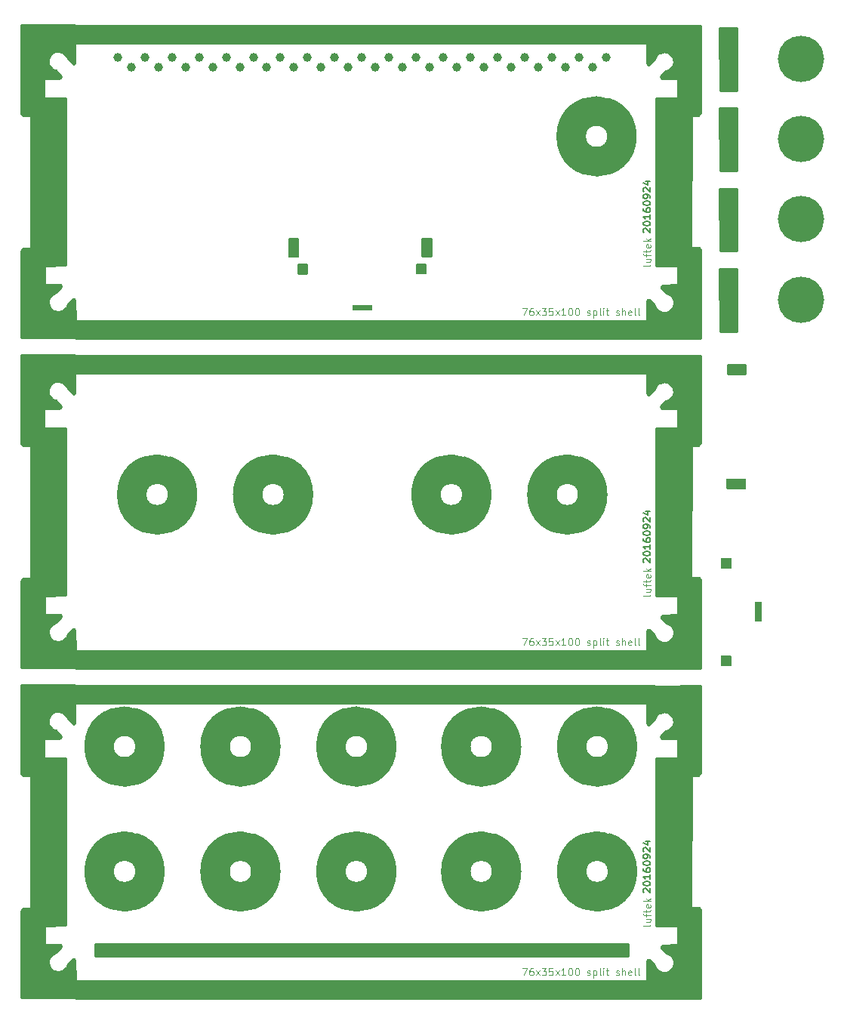
<source format=gts>
%MOIN*%
%OFA0B0*%
%FSLAX46Y46*%
%IPPOS*%
%LPD*%
%ADD10C,0.005905511811023622*%
%ADD11C,0.0039370078740157488*%
%ADD12C,0.027559055118110236*%
%ADD13C,0.053149606299212608*%
%ADD14C,0.11811023622047245*%
%ADD15C,0.03937007874015748*%
%ADD16C,0.01*%
%ADD27C,0.005905511811023622*%
%ADD28C,0.20472440944881892*%
%ADD29C,0.01*%
%ADD40C,0.005905511811023622*%
%ADD41C,0.20472440944881892*%
%ADD42C,0.01*%
%ADD53C,0.005905511811023622*%
%ADD54C,0.20472440944881892*%
%ADD55C,0.01*%
%ADD66C,0.005905511811023622*%
%ADD67C,0.20472440944881892*%
%ADD68C,0.01*%
%ADD79C,0.005905511811023622*%
%ADD90C,0.005905511811023622*%
%ADD101C,0.005905511811023622*%
%ADD102C,0.0039370078740157488*%
%ADD103C,0.027559055118110236*%
%ADD104C,0.053149606299212608*%
%ADD105C,0.11811023622047245*%
%ADD106C,0.01*%
%ADD117C,0.005905511811023622*%
%ADD118C,0.0039370078740157488*%
%ADD119C,0.027559055118110236*%
%ADD120C,0.053149606299212608*%
%ADD121C,0.11811023622047245*%
%ADD122C,0.01*%
%LPD*%
G01G01G01G01G01G01G01G01*
D10*
D11*
X0002772909Y0003238170D02*
X0002771409Y0003235170D01*
X0002768410Y0003233670D01*
X0002741413Y0003233670D01*
X0002751912Y0003263666D02*
X0002772909Y0003263666D01*
X0002751912Y0003250168D02*
X0002768410Y0003250168D01*
X0002771409Y0003251668D01*
X0002772909Y0003254668D01*
X0002772909Y0003259167D01*
X0002771409Y0003262167D01*
X0002769910Y0003263666D01*
X0002751912Y0003274164D02*
X0002751912Y0003286164D01*
X0002772909Y0003278665D02*
X0002745912Y0003278665D01*
X0002742913Y0003280165D01*
X0002741413Y0003283164D01*
X0002741413Y0003286164D01*
X0002751912Y0003292163D02*
X0002751912Y0003304162D01*
X0002741413Y0003296662D02*
X0002768410Y0003296662D01*
X0002771409Y0003298162D01*
X0002772909Y0003301162D01*
X0002772909Y0003304162D01*
X0002771409Y0003326659D02*
X0002772909Y0003323659D01*
X0002772909Y0003317660D01*
X0002771409Y0003314660D01*
X0002768410Y0003313160D01*
X0002756411Y0003313160D01*
X0002753411Y0003314660D01*
X0002751912Y0003317660D01*
X0002751912Y0003323659D01*
X0002753411Y0003326659D01*
X0002756411Y0003328158D01*
X0002759411Y0003328158D01*
X0002762410Y0003313160D01*
X0002772909Y0003341657D02*
X0002741413Y0003341657D01*
X0002760911Y0003344655D02*
X0002772909Y0003353655D01*
X0002751912Y0003353655D02*
X0002763909Y0003341657D01*
D10*
X0002742838Y0003380310D02*
X0002741338Y0003381810D01*
X0002739838Y0003384809D01*
X0002739838Y0003392308D01*
X0002741338Y0003395308D01*
X0002742838Y0003396808D01*
X0002745837Y0003398308D01*
X0002748837Y0003398308D01*
X0002753337Y0003396808D01*
X0002771334Y0003378809D01*
X0002771334Y0003398308D01*
X0002739838Y0003417805D02*
X0002739838Y0003420805D01*
X0002741338Y0003423804D01*
X0002742838Y0003425304D01*
X0002745837Y0003426804D01*
X0002751837Y0003428304D01*
X0002759336Y0003428304D01*
X0002765335Y0003426804D01*
X0002768335Y0003425304D01*
X0002769835Y0003423804D01*
X0002771334Y0003420805D01*
X0002771334Y0003417805D01*
X0002769835Y0003414804D01*
X0002768335Y0003413306D01*
X0002765335Y0003411806D01*
X0002759336Y0003410306D01*
X0002751837Y0003410306D01*
X0002745837Y0003411806D01*
X0002742838Y0003413306D01*
X0002741338Y0003414804D01*
X0002739838Y0003417805D01*
X0002771334Y0003458300D02*
X0002771334Y0003440302D01*
X0002771334Y0003449301D02*
X0002739838Y0003449301D01*
X0002744338Y0003446302D01*
X0002747337Y0003443301D01*
X0002748837Y0003440302D01*
X0002739838Y0003485297D02*
X0002739838Y0003479296D01*
X0002741338Y0003476298D01*
X0002742838Y0003474798D01*
X0002747337Y0003471798D01*
X0002753337Y0003470299D01*
X0002765335Y0003470299D01*
X0002768335Y0003471798D01*
X0002769835Y0003473298D01*
X0002771334Y0003476298D01*
X0002771334Y0003482297D01*
X0002769835Y0003485297D01*
X0002768335Y0003486796D01*
X0002765335Y0003488296D01*
X0002757836Y0003488296D01*
X0002754836Y0003486796D01*
X0002753337Y0003485297D01*
X0002751837Y0003482297D01*
X0002751837Y0003476298D01*
X0002753337Y0003473298D01*
X0002754836Y0003471798D01*
X0002757836Y0003470299D01*
X0002739838Y0003507794D02*
X0002739838Y0003510793D01*
X0002741338Y0003513793D01*
X0002742838Y0003515293D01*
X0002745837Y0003516793D01*
X0002751837Y0003518293D01*
X0002759336Y0003518293D01*
X0002765335Y0003516793D01*
X0002768335Y0003515293D01*
X0002769835Y0003513793D01*
X0002771334Y0003510793D01*
X0002771334Y0003507794D01*
X0002769835Y0003504794D01*
X0002768335Y0003503294D01*
X0002765335Y0003501794D01*
X0002759336Y0003500295D01*
X0002751837Y0003500295D01*
X0002745837Y0003501794D01*
X0002742838Y0003503294D01*
X0002741338Y0003504794D01*
X0002739838Y0003507794D01*
X0002771334Y0003533291D02*
X0002771334Y0003539290D01*
X0002769835Y0003542290D01*
X0002768335Y0003543789D01*
X0002763835Y0003546789D01*
X0002757836Y0003548289D01*
X0002745837Y0003548289D01*
X0002742838Y0003546789D01*
X0002741338Y0003545289D01*
X0002739838Y0003542290D01*
X0002739838Y0003536290D01*
X0002741338Y0003533291D01*
X0002742838Y0003531791D01*
X0002745837Y0003530291D01*
X0002753337Y0003530291D01*
X0002756336Y0003531791D01*
X0002757836Y0003533291D01*
X0002759336Y0003536290D01*
X0002759336Y0003542290D01*
X0002757836Y0003545289D01*
X0002756336Y0003546789D01*
X0002753337Y0003548289D01*
X0002742838Y0003560287D02*
X0002741338Y0003561787D01*
X0002739838Y0003564787D01*
X0002739838Y0003572286D01*
X0002741338Y0003575285D01*
X0002742838Y0003576784D01*
X0002745837Y0003578285D01*
X0002748837Y0003578285D01*
X0002753337Y0003576784D01*
X0002771334Y0003558787D01*
X0002771334Y0003578285D01*
X0002750337Y0003605282D02*
X0002771334Y0003605282D01*
X0002738338Y0003597783D02*
X0002760836Y0003590284D01*
X0002760836Y0003609781D01*
D11*
X0002206242Y0003045988D02*
X0002227240Y0003045988D01*
X0002213742Y0003014491D01*
X0002252737Y0003045988D02*
X0002246737Y0003045988D01*
X0002243738Y0003044488D01*
X0002242238Y0003042987D01*
X0002239238Y0003038488D01*
X0002237739Y0003032489D01*
X0002237739Y0003020491D01*
X0002239238Y0003017491D01*
X0002240738Y0003015991D01*
X0002243738Y0003014491D01*
X0002249737Y0003014491D01*
X0002252737Y0003015991D01*
X0002254236Y0003017491D01*
X0002255736Y0003020491D01*
X0002255736Y0003027990D01*
X0002254236Y0003030989D01*
X0002252737Y0003032489D01*
X0002249737Y0003033989D01*
X0002243738Y0003033989D01*
X0002240738Y0003032489D01*
X0002239238Y0003030989D01*
X0002237739Y0003027990D01*
X0002266235Y0003014491D02*
X0002282733Y0003035489D01*
X0002266235Y0003035489D02*
X0002282733Y0003014491D01*
X0002291732Y0003045988D02*
X0002311229Y0003045988D01*
X0002300731Y0003033989D01*
X0002305230Y0003033989D01*
X0002308230Y0003032489D01*
X0002309730Y0003030989D01*
X0002311229Y0003027990D01*
X0002311229Y0003020491D01*
X0002309730Y0003017491D01*
X0002308230Y0003015991D01*
X0002305230Y0003014491D01*
X0002296231Y0003014491D01*
X0002293232Y0003015991D01*
X0002291732Y0003017491D01*
X0002339726Y0003045988D02*
X0002324728Y0003045988D01*
X0002323228Y0003030989D01*
X0002324728Y0003032489D01*
X0002327727Y0003033989D01*
X0002335226Y0003033989D01*
X0002338226Y0003032489D01*
X0002339726Y0003030989D01*
X0002341226Y0003027990D01*
X0002341226Y0003020491D01*
X0002339726Y0003017491D01*
X0002338226Y0003015991D01*
X0002335226Y0003014491D01*
X0002327727Y0003014491D01*
X0002324728Y0003015991D01*
X0002323228Y0003017491D01*
X0002351724Y0003014491D02*
X0002368222Y0003035489D01*
X0002351724Y0003035489D02*
X0002368222Y0003014491D01*
X0002396719Y0003014491D02*
X0002378721Y0003014491D01*
X0002387720Y0003014491D02*
X0002387720Y0003045988D01*
X0002384720Y0003041488D01*
X0002381721Y0003038488D01*
X0002378721Y0003036989D01*
X0002416216Y0003045988D02*
X0002419216Y0003045988D01*
X0002422215Y0003044488D01*
X0002423715Y0003042987D01*
X0002425215Y0003039988D01*
X0002426715Y0003033989D01*
X0002426715Y0003026490D01*
X0002425215Y0003020491D01*
X0002423715Y0003017491D01*
X0002422215Y0003015991D01*
X0002419216Y0003014491D01*
X0002416216Y0003014491D01*
X0002413217Y0003015991D01*
X0002411717Y0003017491D01*
X0002410217Y0003020491D01*
X0002408717Y0003026490D01*
X0002408717Y0003033989D01*
X0002410217Y0003039988D01*
X0002411717Y0003042987D01*
X0002413217Y0003044488D01*
X0002416216Y0003045988D01*
X0002446212Y0003045988D02*
X0002449212Y0003045988D01*
X0002452212Y0003044488D01*
X0002453712Y0003042987D01*
X0002455211Y0003039988D01*
X0002456711Y0003033989D01*
X0002456711Y0003026490D01*
X0002455211Y0003020491D01*
X0002453712Y0003017491D01*
X0002452212Y0003015991D01*
X0002449212Y0003014491D01*
X0002446212Y0003014491D01*
X0002443213Y0003015991D01*
X0002441713Y0003017491D01*
X0002440213Y0003020491D01*
X0002438713Y0003026490D01*
X0002438713Y0003033989D01*
X0002440213Y0003039988D01*
X0002441713Y0003042987D01*
X0002443213Y0003044488D01*
X0002446212Y0003045988D01*
X0002492707Y0003015991D02*
X0002495706Y0003014491D01*
X0002501706Y0003014491D01*
X0002504705Y0003015991D01*
X0002506205Y0003018990D01*
X0002506205Y0003020491D01*
X0002504705Y0003023490D01*
X0002501706Y0003024990D01*
X0002497206Y0003024990D01*
X0002494206Y0003026490D01*
X0002492707Y0003029490D01*
X0002492707Y0003030989D01*
X0002494206Y0003033989D01*
X0002497206Y0003035489D01*
X0002501706Y0003035489D01*
X0002504705Y0003033989D01*
X0002519703Y0003035489D02*
X0002519703Y0003003993D01*
X0002519703Y0003033989D02*
X0002522702Y0003035489D01*
X0002528701Y0003035489D01*
X0002531702Y0003033989D01*
X0002533202Y0003032489D01*
X0002534701Y0003029490D01*
X0002534701Y0003020491D01*
X0002533202Y0003017491D01*
X0002531702Y0003015991D01*
X0002528701Y0003014491D01*
X0002522702Y0003014491D01*
X0002519703Y0003015991D01*
X0002552699Y0003014491D02*
X0002549699Y0003015991D01*
X0002548200Y0003018990D01*
X0002548200Y0003045988D01*
X0002564698Y0003014491D02*
X0002564698Y0003035489D01*
X0002564698Y0003045988D02*
X0002563198Y0003044488D01*
X0002564698Y0003042987D01*
X0002566197Y0003044488D01*
X0002564698Y0003045988D01*
X0002564698Y0003042987D01*
X0002575196Y0003035489D02*
X0002587194Y0003035489D01*
X0002579696Y0003045988D02*
X0002579696Y0003018990D01*
X0002581195Y0003015991D01*
X0002584195Y0003014491D01*
X0002587194Y0003014491D01*
X0002620190Y0003015991D02*
X0002623190Y0003014491D01*
X0002629190Y0003014491D01*
X0002632189Y0003015991D01*
X0002633689Y0003018990D01*
X0002633689Y0003020491D01*
X0002632189Y0003023490D01*
X0002629190Y0003024990D01*
X0002624690Y0003024990D01*
X0002621691Y0003026490D01*
X0002620190Y0003029490D01*
X0002620190Y0003030989D01*
X0002621691Y0003033989D01*
X0002624690Y0003035489D01*
X0002629190Y0003035489D01*
X0002632189Y0003033989D01*
X0002647187Y0003014491D02*
X0002647187Y0003045988D01*
X0002660686Y0003014491D02*
X0002660686Y0003030989D01*
X0002659186Y0003033989D01*
X0002656185Y0003035489D01*
X0002651686Y0003035489D01*
X0002648687Y0003033989D01*
X0002647187Y0003032489D01*
X0002687682Y0003015991D02*
X0002684682Y0003014491D01*
X0002678683Y0003014491D01*
X0002675684Y0003015991D01*
X0002674184Y0003018990D01*
X0002674184Y0003030989D01*
X0002675684Y0003033989D01*
X0002678683Y0003035489D01*
X0002684682Y0003035489D01*
X0002687682Y0003033989D01*
X0002689182Y0003030989D01*
X0002689182Y0003027990D01*
X0002674184Y0003024990D01*
X0002707180Y0003014491D02*
X0002704180Y0003015991D01*
X0002702680Y0003018990D01*
X0002702680Y0003045988D01*
X0002723678Y0003014491D02*
X0002720677Y0003015991D01*
X0002719178Y0003018990D01*
X0002719178Y0003045988D01*
D12*
X0002648827Y0003882137D02*
X0002648827Y0003725837D01*
D13*
X0002684654Y0003804184D02*
G75*
G03G03G03G03X0002684654Y0003804184I-0000150787D01X0002684654Y0003804184I-0000150787D01X0002684654Y0003804184I-0000150787D01G03G03X0002684654Y0003804184I-0000150787D01G03G03X0002684654Y0003804184I-0000150787D01X0002684654Y0003804184I-0000150787D01X0002684654Y0003804184I-0000150787D01X0002684654Y0003804184I-0000150787D01*
G01G01G01G01G01G01G01G01*
D14*
X0002638591Y0003804184D02*
G75*
G03G03G03G03X0002638591Y0003804184I-0000104724D01X0002638591Y0003804184I-0000104724D01X0002638591Y0003804184I-0000104724D01G03G03X0002638591Y0003804184I-0000104724D01G03G03X0002638591Y0003804184I-0000104724D01X0002638591Y0003804184I-0000104724D01X0002638591Y0003804184I-0000104724D01X0002638591Y0003804184I-0000104724D01*
G01G01G01G01G01G01G01G01*
D15*
X0000718366Y0004110235D03*
X0000838267Y0004110235D03*
X0000478562Y0004110235D03*
X0001078070Y0004110235D03*
X0000598464Y0004110235D03*
X0000958169Y0004110235D03*
X0001917381Y0004110235D03*
X0001317873Y0004110235D03*
X0001437775Y0004110235D03*
X0001677578Y0004110235D03*
X0001797480Y0004110235D03*
X0001557677Y0004110235D03*
X0001197972Y0004110235D03*
X0002516889Y0004110235D03*
X0002157185Y0004110235D03*
X0002277086Y0004110235D03*
X0002396988Y0004110235D03*
X0002037283Y0004110235D03*
X0002576948Y0004151968D03*
X0002457047Y0004151968D03*
X0002337145Y0004151968D03*
X0002217244Y0004151968D03*
X0002097342Y0004151968D03*
X0001977440Y0004151968D03*
X0001857539Y0004151968D03*
X0001737637Y0004151968D03*
X0001617736Y0004151968D03*
X0001497834Y0004151968D03*
X0001377933Y0004151968D03*
X0001258031Y0004151968D03*
X0001138129Y0004151968D03*
X0001018227Y0004151968D03*
X0000898326Y0004151968D03*
X0000778425Y0004151968D03*
X0000658523Y0004151968D03*
X0000538622Y0004151968D03*
X0000418720Y0004151968D03*
D10*
G36*
X0001254999Y0003241397D02*
X0001255458Y0003241329D01*
X0001255907Y0003241217D01*
X0001256344Y0003241060D01*
X0001256763Y0003240862D01*
X0001257161Y0003240623D01*
X0001257533Y0003240347D01*
X0001257877Y0003240036D01*
X0001258188Y0003239693D01*
X0001258464Y0003239320D01*
X0001258703Y0003238923D01*
X0001258901Y0003238504D01*
X0001259057Y0003238066D01*
X0001259170Y0003237617D01*
X0001259238Y0003237159D01*
X0001259260Y0003236696D01*
X0001259260Y0003198900D01*
X0001259238Y0003198437D01*
X0001259170Y0003197979D01*
X0001259057Y0003197529D01*
X0001258901Y0003197092D01*
X0001258703Y0003196673D01*
X0001258464Y0003196276D01*
X0001258188Y0003195903D01*
X0001257877Y0003195560D01*
X0001257533Y0003195248D01*
X0001257161Y0003194972D01*
X0001256763Y0003194734D01*
X0001256344Y0003194536D01*
X0001255907Y0003194378D01*
X0001255458Y0003194267D01*
X0001254999Y0003194199D01*
X0001254536Y0003194176D01*
X0001216741Y0003194176D01*
X0001216278Y0003194199D01*
X0001215819Y0003194267D01*
X0001215369Y0003194378D01*
X0001214933Y0003194536D01*
X0001214514Y0003194734D01*
X0001214116Y0003194972D01*
X0001213744Y0003195248D01*
X0001213400Y0003195560D01*
X0001213089Y0003195903D01*
X0001212813Y0003196276D01*
X0001212574Y0003196673D01*
X0001212376Y0003197092D01*
X0001212220Y0003197529D01*
X0001212107Y0003197979D01*
X0001212039Y0003198437D01*
X0001212016Y0003198900D01*
X0001212016Y0003236696D01*
X0001212039Y0003237159D01*
X0001212107Y0003237617D01*
X0001212220Y0003238066D01*
X0001212376Y0003238504D01*
X0001212574Y0003238923D01*
X0001212813Y0003239320D01*
X0001213089Y0003239693D01*
X0001213400Y0003240036D01*
X0001213744Y0003240347D01*
X0001214116Y0003240623D01*
X0001214514Y0003240862D01*
X0001214933Y0003241060D01*
X0001215369Y0003241217D01*
X0001215819Y0003241329D01*
X0001216278Y0003241397D01*
X0001216741Y0003241420D01*
X0001254536Y0003241420D01*
X0001254999Y0003241397D01*
X0001254999Y0003241397D01*
G37*
G36*
X0001779015Y0003241791D02*
X0001779473Y0003241723D01*
X0001779923Y0003241610D01*
X0001780360Y0003241454D01*
X0001780779Y0003241256D01*
X0001781176Y0003241018D01*
X0001781549Y0003240740D01*
X0001781892Y0003240430D01*
X0001782203Y0003240087D01*
X0001782480Y0003239714D01*
X0001782718Y0003239317D01*
X0001782917Y0003238897D01*
X0001783073Y0003238461D01*
X0001783185Y0003238010D01*
X0001783253Y0003237552D01*
X0001783276Y0003237088D01*
X0001783276Y0003199294D01*
X0001783253Y0003198831D01*
X0001783185Y0003198372D01*
X0001783073Y0003197923D01*
X0001782917Y0003197485D01*
X0001782718Y0003197067D01*
X0001782480Y0003196669D01*
X0001782203Y0003196297D01*
X0001781892Y0003195953D01*
X0001781549Y0003195642D01*
X0001781176Y0003195366D01*
X0001780779Y0003195128D01*
X0001780360Y0003194929D01*
X0001779923Y0003194773D01*
X0001779473Y0003194661D01*
X0001779015Y0003194591D01*
X0001778552Y0003194570D01*
X0001740756Y0003194570D01*
X0001740293Y0003194591D01*
X0001739835Y0003194661D01*
X0001739385Y0003194773D01*
X0001738949Y0003194929D01*
X0001738528Y0003195128D01*
X0001738132Y0003195366D01*
X0001737759Y0003195642D01*
X0001737416Y0003195953D01*
X0001737104Y0003196297D01*
X0001736828Y0003196669D01*
X0001736590Y0003197067D01*
X0001736392Y0003197485D01*
X0001736234Y0003197923D01*
X0001736123Y0003198372D01*
X0001736055Y0003198831D01*
X0001736032Y0003199294D01*
X0001736032Y0003237088D01*
X0001736055Y0003237552D01*
X0001736123Y0003238010D01*
X0001736234Y0003238461D01*
X0001736392Y0003238897D01*
X0001736590Y0003239317D01*
X0001736828Y0003239714D01*
X0001737104Y0003240087D01*
X0001737416Y0003240430D01*
X0001737759Y0003240740D01*
X0001738132Y0003241018D01*
X0001738528Y0003241256D01*
X0001738949Y0003241454D01*
X0001739385Y0003241610D01*
X0001739835Y0003241723D01*
X0001740293Y0003241791D01*
X0001740756Y0003241814D01*
X0001778552Y0003241814D01*
X0001779015Y0003241791D01*
X0001779015Y0003241791D01*
G37*
G36*
X0001539807Y0003059519D02*
X0001540036Y0003059484D01*
X0001540261Y0003059428D01*
X0001540477Y0003059351D01*
X0001540689Y0003059251D01*
X0001540888Y0003059132D01*
X0001541074Y0003058994D01*
X0001541246Y0003058838D01*
X0001541401Y0003058667D01*
X0001541538Y0003058481D01*
X0001541659Y0003058282D01*
X0001541758Y0003058071D01*
X0001541836Y0003057854D01*
X0001541892Y0003057629D01*
X0001541924Y0003057400D01*
X0001541938Y0003057168D01*
X0001541938Y0003038271D01*
X0001541924Y0003038039D01*
X0001541892Y0003037810D01*
X0001541836Y0003037585D01*
X0001541758Y0003037367D01*
X0001541659Y0003037157D01*
X0001541538Y0003036958D01*
X0001541401Y0003036771D01*
X0001541246Y0003036600D01*
X0001541074Y0003036445D01*
X0001540888Y0003036306D01*
X0001540689Y0003036186D01*
X0001540477Y0003036088D01*
X0001540261Y0003036010D01*
X0001540036Y0003035954D01*
X0001539807Y0003035920D01*
X0001539575Y0003035908D01*
X0001457686Y0003035908D01*
X0001457454Y0003035920D01*
X0001457225Y0003035954D01*
X0001457000Y0003036010D01*
X0001456782Y0003036088D01*
X0001456572Y0003036186D01*
X0001456373Y0003036306D01*
X0001456187Y0003036445D01*
X0001456015Y0003036600D01*
X0001455860Y0003036771D01*
X0001455722Y0003036958D01*
X0001455601Y0003037157D01*
X0001455503Y0003037367D01*
X0001455425Y0003037585D01*
X0001455368Y0003037810D01*
X0001455335Y0003038039D01*
X0001455323Y0003038271D01*
X0001455323Y0003057168D01*
X0001455335Y0003057400D01*
X0001455368Y0003057629D01*
X0001455425Y0003057854D01*
X0001455503Y0003058071D01*
X0001455601Y0003058282D01*
X0001455722Y0003058481D01*
X0001455860Y0003058667D01*
X0001456015Y0003058838D01*
X0001456187Y0003058994D01*
X0001456373Y0003059132D01*
X0001456572Y0003059251D01*
X0001456782Y0003059351D01*
X0001457000Y0003059428D01*
X0001457225Y0003059484D01*
X0001457454Y0003059519D01*
X0001457686Y0003059530D01*
X0001539575Y0003059530D01*
X0001539807Y0003059519D01*
X0001539807Y0003059519D01*
G37*
G36*
X0001215629Y0003355095D02*
X0001216088Y0003355027D01*
X0001216537Y0003354914D01*
X0001216974Y0003354758D01*
X0001217393Y0003354560D01*
X0001217791Y0003354320D01*
X0001218163Y0003354044D01*
X0001218507Y0003353734D01*
X0001218818Y0003353390D01*
X0001219094Y0003353018D01*
X0001219332Y0003352619D01*
X0001219531Y0003352201D01*
X0001219687Y0003351765D01*
X0001219800Y0003351315D01*
X0001219868Y0003350856D01*
X0001219890Y0003350393D01*
X0001219890Y0003273228D01*
X0001219868Y0003272765D01*
X0001219800Y0003272306D01*
X0001219687Y0003271855D01*
X0001219531Y0003271420D01*
X0001219332Y0003271001D01*
X0001219094Y0003270603D01*
X0001218818Y0003270231D01*
X0001218507Y0003269887D01*
X0001218163Y0003269576D01*
X0001217791Y0003269300D01*
X0001217393Y0003269061D01*
X0001216974Y0003268863D01*
X0001216537Y0003268707D01*
X0001216088Y0003268594D01*
X0001215629Y0003268526D01*
X0001215166Y0003268502D01*
X0001177371Y0003268502D01*
X0001176908Y0003268526D01*
X0001176449Y0003268594D01*
X0001175999Y0003268707D01*
X0001175563Y0003268863D01*
X0001175144Y0003269061D01*
X0001174746Y0003269300D01*
X0001174374Y0003269576D01*
X0001174030Y0003269887D01*
X0001173719Y0003270231D01*
X0001173442Y0003270603D01*
X0001173204Y0003271001D01*
X0001173006Y0003271420D01*
X0001172850Y0003271855D01*
X0001172737Y0003272306D01*
X0001172669Y0003272765D01*
X0001172646Y0003273228D01*
X0001172646Y0003350393D01*
X0001172669Y0003350856D01*
X0001172737Y0003351315D01*
X0001172850Y0003351765D01*
X0001173006Y0003352201D01*
X0001173204Y0003352619D01*
X0001173442Y0003353018D01*
X0001173719Y0003353390D01*
X0001174030Y0003353734D01*
X0001174374Y0003354044D01*
X0001174746Y0003354320D01*
X0001175144Y0003354560D01*
X0001175563Y0003354758D01*
X0001175999Y0003354914D01*
X0001176449Y0003355027D01*
X0001176908Y0003355095D01*
X0001177371Y0003355118D01*
X0001215166Y0003355118D01*
X0001215629Y0003355095D01*
X0001215629Y0003355095D01*
G37*
G36*
X0001804212Y0003355292D02*
X0001804670Y0003355224D01*
X0001805120Y0003355111D01*
X0001805557Y0003354955D01*
X0001805975Y0003354757D01*
X0001806373Y0003354518D01*
X0001806746Y0003354242D01*
X0001807089Y0003353931D01*
X0001807401Y0003353587D01*
X0001807677Y0003353215D01*
X0001807915Y0003352817D01*
X0001808113Y0003352398D01*
X0001808269Y0003351961D01*
X0001808382Y0003351512D01*
X0001808449Y0003351053D01*
X0001808473Y0003350590D01*
X0001808473Y0003273425D01*
X0001808449Y0003272962D01*
X0001808382Y0003272503D01*
X0001808269Y0003272053D01*
X0001808113Y0003271617D01*
X0001807915Y0003271198D01*
X0001807677Y0003270800D01*
X0001807401Y0003270428D01*
X0001807089Y0003270084D01*
X0001806746Y0003269773D01*
X0001806373Y0003269496D01*
X0001805975Y0003269258D01*
X0001805557Y0003269059D01*
X0001805120Y0003268904D01*
X0001804670Y0003268791D01*
X0001804212Y0003268723D01*
X0001803749Y0003268700D01*
X0001765953Y0003268700D01*
X0001765490Y0003268723D01*
X0001765032Y0003268791D01*
X0001764582Y0003268904D01*
X0001764145Y0003269059D01*
X0001763726Y0003269258D01*
X0001763327Y0003269496D01*
X0001762956Y0003269773D01*
X0001762613Y0003270084D01*
X0001762301Y0003270428D01*
X0001762025Y0003270800D01*
X0001761787Y0003271198D01*
X0001761589Y0003271617D01*
X0001761432Y0003272053D01*
X0001761320Y0003272503D01*
X0001761252Y0003272962D01*
X0001761229Y0003273425D01*
X0001761229Y0003350590D01*
X0001761252Y0003351053D01*
X0001761320Y0003351512D01*
X0001761432Y0003351961D01*
X0001761589Y0003352398D01*
X0001761787Y0003352817D01*
X0001762025Y0003353215D01*
X0001762301Y0003353587D01*
X0001762613Y0003353931D01*
X0001762956Y0003354242D01*
X0001763327Y0003354518D01*
X0001763726Y0003354757D01*
X0001764145Y0003354955D01*
X0001764582Y0003355111D01*
X0001765032Y0003355224D01*
X0001765490Y0003355292D01*
X0001765953Y0003355314D01*
X0001803749Y0003355314D01*
X0001804212Y0003355292D01*
X0001804212Y0003355292D01*
G37*
D16*
G36*
X0002788375Y0004291461D02*
X0002778306Y0004216809D01*
X0000188532Y0004216025D01*
X0000189578Y0004293421D01*
X0002788375Y0004291461D01*
X0002788375Y0004291461D01*
G37*
X0002788375Y0004291461D02*
X0002778306Y0004216809D01*
X0000188532Y0004216025D01*
X0000189578Y0004293421D01*
X0002788375Y0004291461D01*
G36*
X0002760725Y0002912481D02*
X0000233323Y0002913266D01*
X0000232975Y0002988702D01*
X0002760376Y0002989486D01*
X0002760725Y0002912481D01*
X0002760725Y0002912481D01*
G37*
X0002760725Y0002912481D02*
X0000233323Y0002913266D01*
X0000232975Y0002988702D01*
X0002760376Y0002989486D01*
X0002760725Y0002912481D01*
G36*
X0002993820Y0003908755D02*
X0002984507Y0003896338D01*
X0002957086Y0003896338D01*
X0002955173Y0003895957D01*
X0002953551Y0003894874D01*
X0002952467Y0003893252D01*
X0002952086Y0003891348D01*
X0002950905Y0003316545D01*
X0002951282Y0003314631D01*
X0002952362Y0003313007D01*
X0002953982Y0003311919D01*
X0002955905Y0003311535D01*
X0002984936Y0003311535D01*
X0002993818Y0003302653D01*
X0002993818Y0002912086D01*
X0002757339Y0002912086D01*
X0002756968Y0002993714D01*
X0002756968Y0003078648D01*
X0002759935Y0003082603D01*
X0002762108Y0003083606D01*
X0002766277Y0003082216D01*
X0002789628Y0003060325D01*
X0002792804Y0003048326D01*
X0002794214Y0003045962D01*
X0002807206Y0003033757D01*
X0002808732Y0003032775D01*
X0002824086Y0003026476D01*
X0002825984Y0003026102D01*
X0002840944Y0003026102D01*
X0002843439Y0003026769D01*
X0002856431Y0003034249D01*
X0002857249Y0003034836D01*
X0002867486Y0003043892D01*
X0002868791Y0003045722D01*
X0002875484Y0003061864D01*
X0002875863Y0003063926D01*
X0002875470Y0003077312D01*
X0002875124Y0003078997D01*
X0002870006Y0003091990D01*
X0002869017Y0003093559D01*
X0002858782Y0003104583D01*
X0002857116Y0003105764D01*
X0002842610Y0003112087D01*
X0002820257Y0003134073D01*
X0002818685Y0003140363D01*
X0002820678Y0003144351D01*
X0002826456Y0003147377D01*
X0002888251Y0003148150D01*
X0002890160Y0003148554D01*
X0002891768Y0003149658D01*
X0002892831Y0003151294D01*
X0002893188Y0003153149D01*
X0002893188Y0003227952D01*
X0002892808Y0003229866D01*
X0002891723Y0003231487D01*
X0002890102Y0003232572D01*
X0002888249Y0003232952D01*
X0002796341Y0003234072D01*
X0002796729Y0003971459D01*
X0002887090Y0003972953D01*
X0002888997Y0003973365D01*
X0002890601Y0003974476D01*
X0002891658Y0003976115D01*
X0002892006Y0003977926D01*
X0002892401Y0004053517D01*
X0002892030Y0004055430D01*
X0002890955Y0004057060D01*
X0002889339Y0004058150D01*
X0002887430Y0004058543D01*
X0002822448Y0004058925D01*
X0002818922Y0004062198D01*
X0002817129Y0004065337D01*
X0002817932Y0004068751D01*
X0002840191Y0004091375D01*
X0002851755Y0004095712D01*
X0002853441Y0004096765D01*
X0002868795Y0004111333D01*
X0002870107Y0004113410D01*
X0002876013Y0004131520D01*
X0002876094Y0004134347D01*
X0002870582Y0004155213D01*
X0002869330Y0004157425D01*
X0002854763Y0004172385D01*
X0002853155Y0004173491D01*
X0002852045Y0004173822D01*
X0002829604Y0004177759D01*
X0002827527Y0004177685D01*
X0002813354Y0004174142D01*
X0002811366Y0004173132D01*
X0002797192Y0004161321D01*
X0002795788Y0004159428D01*
X0002787581Y0004140028D01*
X0002765868Y0004121260D01*
X0002763927Y0004120483D01*
X0002760869Y0004120891D01*
X0002758631Y0004122925D01*
X0002756570Y0004128814D01*
X0002756181Y0004210539D01*
X0002759520Y0004291781D01*
X0002810165Y0004291063D01*
X0002810267Y0004291063D01*
X0002994207Y0004292212D01*
X0002993820Y0003908755D01*
X0002993820Y0003908755D01*
G37*
X0002993820Y0003908755D02*
X0002984507Y0003896338D01*
X0002957086Y0003896338D01*
X0002955173Y0003895957D01*
X0002953551Y0003894874D01*
X0002952467Y0003893252D01*
X0002952086Y0003891348D01*
X0002950905Y0003316545D01*
X0002951282Y0003314631D01*
X0002952362Y0003313007D01*
X0002953982Y0003311919D01*
X0002955905Y0003311535D01*
X0002984936Y0003311535D01*
X0002993818Y0003302653D01*
X0002993818Y0002912086D01*
X0002757339Y0002912086D01*
X0002756968Y0002993714D01*
X0002756968Y0003078648D01*
X0002759935Y0003082603D01*
X0002762108Y0003083606D01*
X0002766277Y0003082216D01*
X0002789628Y0003060325D01*
X0002792804Y0003048326D01*
X0002794214Y0003045962D01*
X0002807206Y0003033757D01*
X0002808732Y0003032775D01*
X0002824086Y0003026476D01*
X0002825984Y0003026102D01*
X0002840944Y0003026102D01*
X0002843439Y0003026769D01*
X0002856431Y0003034249D01*
X0002857249Y0003034836D01*
X0002867486Y0003043892D01*
X0002868791Y0003045722D01*
X0002875484Y0003061864D01*
X0002875863Y0003063926D01*
X0002875470Y0003077312D01*
X0002875124Y0003078997D01*
X0002870006Y0003091990D01*
X0002869017Y0003093559D01*
X0002858782Y0003104583D01*
X0002857116Y0003105764D01*
X0002842610Y0003112087D01*
X0002820257Y0003134073D01*
X0002818685Y0003140363D01*
X0002820678Y0003144351D01*
X0002826456Y0003147377D01*
X0002888251Y0003148150D01*
X0002890160Y0003148554D01*
X0002891768Y0003149658D01*
X0002892831Y0003151294D01*
X0002893188Y0003153149D01*
X0002893188Y0003227952D01*
X0002892808Y0003229866D01*
X0002891723Y0003231487D01*
X0002890102Y0003232572D01*
X0002888249Y0003232952D01*
X0002796341Y0003234072D01*
X0002796729Y0003971459D01*
X0002887090Y0003972953D01*
X0002888997Y0003973365D01*
X0002890601Y0003974476D01*
X0002891658Y0003976115D01*
X0002892006Y0003977926D01*
X0002892401Y0004053517D01*
X0002892030Y0004055430D01*
X0002890955Y0004057060D01*
X0002889339Y0004058150D01*
X0002887430Y0004058543D01*
X0002822448Y0004058925D01*
X0002818922Y0004062198D01*
X0002817129Y0004065337D01*
X0002817932Y0004068751D01*
X0002840191Y0004091375D01*
X0002851755Y0004095712D01*
X0002853441Y0004096765D01*
X0002868795Y0004111333D01*
X0002870107Y0004113410D01*
X0002876013Y0004131520D01*
X0002876094Y0004134347D01*
X0002870582Y0004155213D01*
X0002869330Y0004157425D01*
X0002854763Y0004172385D01*
X0002853155Y0004173491D01*
X0002852045Y0004173822D01*
X0002829604Y0004177759D01*
X0002827527Y0004177685D01*
X0002813354Y0004174142D01*
X0002811366Y0004173132D01*
X0002797192Y0004161321D01*
X0002795788Y0004159428D01*
X0002787581Y0004140028D01*
X0002765868Y0004121260D01*
X0002763927Y0004120483D01*
X0002760869Y0004120891D01*
X0002758631Y0004122925D01*
X0002756570Y0004128814D01*
X0002756181Y0004210539D01*
X0002759520Y0004291781D01*
X0002810165Y0004291063D01*
X0002810267Y0004291063D01*
X0002994207Y0004292212D01*
X0002993820Y0003908755D01*
G36*
X0000230826Y0004212978D02*
X0000230826Y0004128044D01*
X0000227860Y0004124088D01*
X0000225686Y0004123086D01*
X0000221518Y0004124475D01*
X0000198167Y0004146366D01*
X0000194990Y0004158366D01*
X0000193580Y0004160730D01*
X0000180588Y0004172935D01*
X0000179063Y0004173917D01*
X0000163708Y0004180214D01*
X0000161811Y0004180589D01*
X0000146850Y0004180589D01*
X0000144355Y0004179922D01*
X0000131363Y0004172443D01*
X0000130545Y0004171855D01*
X0000120309Y0004162800D01*
X0000119003Y0004160970D01*
X0000112309Y0004144828D01*
X0000111931Y0004142766D01*
X0000112325Y0004129380D01*
X0000112670Y0004127694D01*
X0000117788Y0004114702D01*
X0000118776Y0004113133D01*
X0000129011Y0004102108D01*
X0000130677Y0004100927D01*
X0000145185Y0004094604D01*
X0000167537Y0004072618D01*
X0000169110Y0004066328D01*
X0000167115Y0004062341D01*
X0000161338Y0004059315D01*
X0000099543Y0004058542D01*
X0000097635Y0004058137D01*
X0000096026Y0004057034D01*
X0000094963Y0004055398D01*
X0000094606Y0004053543D01*
X0000094606Y0003978740D01*
X0000094986Y0003976826D01*
X0000096070Y0003975204D01*
X0000097692Y0003974120D01*
X0000099545Y0003973740D01*
X0000191454Y0003972619D01*
X0000191065Y0003235233D01*
X0000100704Y0003233739D01*
X0000098797Y0003233327D01*
X0000097193Y0003232216D01*
X0000096137Y0003230576D01*
X0000095787Y0003228766D01*
X0000095393Y0003153175D01*
X0000095764Y0003151260D01*
X0000096839Y0003149632D01*
X0000098456Y0003148540D01*
X0000100364Y0003148149D01*
X0000165345Y0003147767D01*
X0000168872Y0003144493D01*
X0000170666Y0003141354D01*
X0000169863Y0003137941D01*
X0000147604Y0003115317D01*
X0000136039Y0003110980D01*
X0000134353Y0003109926D01*
X0000118999Y0003095359D01*
X0000117686Y0003093282D01*
X0000111781Y0003075171D01*
X0000111701Y0003072345D01*
X0000117212Y0003051478D01*
X0000118464Y0003049267D01*
X0000133031Y0003034307D01*
X0000134639Y0003033201D01*
X0000135750Y0003032870D01*
X0000158191Y0003028933D01*
X0000160267Y0003029007D01*
X0000174441Y0003032550D01*
X0000176428Y0003033560D01*
X0000190602Y0003045371D01*
X0000192006Y0003047264D01*
X0000200213Y0003066664D01*
X0000221926Y0003085432D01*
X0000223867Y0003086209D01*
X0000226925Y0003085801D01*
X0000229163Y0003083766D01*
X0000231224Y0003077878D01*
X0000231613Y0002996153D01*
X0000228271Y0002914818D01*
X0000155501Y0002914448D01*
X-0000006412Y0002914448D01*
X-0000006025Y0003297937D01*
X0000003286Y0003310354D01*
X0000030708Y0003310354D01*
X0000032622Y0003310734D01*
X0000034244Y0003311818D01*
X0000035328Y0003313440D01*
X0000035708Y0003315344D01*
X0000036889Y0003890147D01*
X0000036513Y0003892061D01*
X0000035432Y0003893685D01*
X0000033812Y0003894772D01*
X0000031889Y0003895157D01*
X0000002858Y0003895157D01*
X-0000006023Y0003904039D01*
X-0000006023Y0004294606D01*
X0000230455Y0004294606D01*
X0000230826Y0004212978D01*
X0000230826Y0004212978D01*
G37*
X0000230826Y0004212978D02*
X0000230826Y0004128044D01*
X0000227860Y0004124088D01*
X0000225686Y0004123086D01*
X0000221518Y0004124475D01*
X0000198167Y0004146366D01*
X0000194990Y0004158366D01*
X0000193580Y0004160730D01*
X0000180588Y0004172935D01*
X0000179063Y0004173917D01*
X0000163708Y0004180214D01*
X0000161811Y0004180589D01*
X0000146850Y0004180589D01*
X0000144355Y0004179922D01*
X0000131363Y0004172443D01*
X0000130545Y0004171855D01*
X0000120309Y0004162800D01*
X0000119003Y0004160970D01*
X0000112309Y0004144828D01*
X0000111931Y0004142766D01*
X0000112325Y0004129380D01*
X0000112670Y0004127694D01*
X0000117788Y0004114702D01*
X0000118776Y0004113133D01*
X0000129011Y0004102108D01*
X0000130677Y0004100927D01*
X0000145185Y0004094604D01*
X0000167537Y0004072618D01*
X0000169110Y0004066328D01*
X0000167115Y0004062341D01*
X0000161338Y0004059315D01*
X0000099543Y0004058542D01*
X0000097635Y0004058137D01*
X0000096026Y0004057034D01*
X0000094963Y0004055398D01*
X0000094606Y0004053543D01*
X0000094606Y0003978740D01*
X0000094986Y0003976826D01*
X0000096070Y0003975204D01*
X0000097692Y0003974120D01*
X0000099545Y0003973740D01*
X0000191454Y0003972619D01*
X0000191065Y0003235233D01*
X0000100704Y0003233739D01*
X0000098797Y0003233327D01*
X0000097193Y0003232216D01*
X0000096137Y0003230576D01*
X0000095787Y0003228766D01*
X0000095393Y0003153175D01*
X0000095764Y0003151260D01*
X0000096839Y0003149632D01*
X0000098456Y0003148540D01*
X0000100364Y0003148149D01*
X0000165345Y0003147767D01*
X0000168872Y0003144493D01*
X0000170666Y0003141354D01*
X0000169863Y0003137941D01*
X0000147604Y0003115317D01*
X0000136039Y0003110980D01*
X0000134353Y0003109926D01*
X0000118999Y0003095359D01*
X0000117686Y0003093282D01*
X0000111781Y0003075171D01*
X0000111701Y0003072345D01*
X0000117212Y0003051478D01*
X0000118464Y0003049267D01*
X0000133031Y0003034307D01*
X0000134639Y0003033201D01*
X0000135750Y0003032870D01*
X0000158191Y0003028933D01*
X0000160267Y0003029007D01*
X0000174441Y0003032550D01*
X0000176428Y0003033560D01*
X0000190602Y0003045371D01*
X0000192006Y0003047264D01*
X0000200213Y0003066664D01*
X0000221926Y0003085432D01*
X0000223867Y0003086209D01*
X0000226925Y0003085801D01*
X0000229163Y0003083766D01*
X0000231224Y0003077878D01*
X0000231613Y0002996153D01*
X0000228271Y0002914818D01*
X0000155501Y0002914448D01*
X-0000006412Y0002914448D01*
X-0000006025Y0003297937D01*
X0000003286Y0003310354D01*
X0000030708Y0003310354D01*
X0000032622Y0003310734D01*
X0000034244Y0003311818D01*
X0000035328Y0003313440D01*
X0000035708Y0003315344D01*
X0000036889Y0003890147D01*
X0000036513Y0003892061D01*
X0000035432Y0003893685D01*
X0000033812Y0003894772D01*
X0000031889Y0003895157D01*
X0000002858Y0003895157D01*
X-0000006023Y0003904039D01*
X-0000006023Y0004294606D01*
X0000230455Y0004294606D01*
X0000230826Y0004212978D01*
G01G01G01G01G01G01G01G01*
D27*
D28*
X0003070866Y0004291338D02*
X0003435433Y0004146454D03*
D29*
G36*
X0003153907Y0004007124D02*
X0003078867Y0004007124D01*
X0003078107Y0004282951D01*
X0003153147Y0004282951D01*
X0003153907Y0004007124D01*
X0003153907Y0004007124D01*
G37*
X0003153907Y0004007124D02*
X0003078867Y0004007124D01*
X0003078107Y0004282951D01*
X0003153147Y0004282951D01*
X0003153907Y0004007124D01*
G01G01G01G01G01G01G01G01*
D40*
D41*
X0003070866Y0003937007D02*
X0003435433Y0003792125D03*
D42*
G36*
X0003153907Y0003652793D02*
X0003078867Y0003652793D01*
X0003078107Y0003928620D01*
X0003153147Y0003928620D01*
X0003153907Y0003652793D01*
X0003153907Y0003652793D01*
G37*
X0003153907Y0003652793D02*
X0003078867Y0003652793D01*
X0003078107Y0003928620D01*
X0003153147Y0003928620D01*
X0003153907Y0003652793D01*
G01G01G01G01G01G01G01G01*
D53*
D54*
X0003070866Y0003582677D02*
X0003435433Y0003437795D03*
D55*
G36*
X0003153907Y0003298463D02*
X0003078867Y0003298463D01*
X0003078107Y0003574290D01*
X0003153147Y0003574290D01*
X0003153907Y0003298463D01*
X0003153907Y0003298463D01*
G37*
X0003153907Y0003298463D02*
X0003078867Y0003298463D01*
X0003078107Y0003574290D01*
X0003153147Y0003574290D01*
X0003153907Y0003298463D01*
G04 next file*
G01G01G01G01G01G01G01G01*
D66*
D67*
X0003070866Y0003228346D02*
X0003435433Y0003083464D03*
D68*
G36*
X0003153907Y0002944131D02*
X0003078867Y0002944131D01*
X0003078107Y0003219959D01*
X0003153147Y0003219959D01*
X0003153907Y0002944131D01*
X0003153907Y0002944131D01*
G37*
X0003153907Y0002944131D02*
X0003078867Y0002944131D01*
X0003078107Y0003219959D01*
X0003153147Y0003219959D01*
X0003153907Y0002944131D01*
G01G01G01G01G01G01G01G01*
D79*
G36*
X0003081912Y0001508337D02*
X0003081980Y0001508795D01*
X0003082092Y0001509244D01*
X0003082249Y0001509681D01*
X0003082447Y0001510101D01*
X0003082684Y0001510498D01*
X0003082962Y0001510871D01*
X0003083273Y0001511214D01*
X0003083617Y0001511524D01*
X0003083989Y0001511802D01*
X0003084387Y0001512040D01*
X0003084806Y0001512238D01*
X0003085241Y0001512395D01*
X0003085692Y0001512507D01*
X0003086151Y0001512575D01*
X0003086614Y0001512598D01*
X0003124409Y0001512598D01*
X0003124872Y0001512575D01*
X0003125331Y0001512507D01*
X0003125780Y0001512395D01*
X0003126217Y0001512238D01*
X0003126636Y0001512040D01*
X0003127034Y0001511802D01*
X0003127406Y0001511524D01*
X0003127750Y0001511214D01*
X0003128061Y0001510871D01*
X0003128337Y0001510498D01*
X0003128576Y0001510101D01*
X0003128774Y0001509681D01*
X0003128929Y0001509244D01*
X0003129043Y0001508795D01*
X0003129111Y0001508337D01*
X0003129133Y0001507874D01*
X0003129133Y0001470078D01*
X0003129111Y0001469614D01*
X0003129043Y0001469157D01*
X0003128929Y0001468707D01*
X0003128774Y0001468270D01*
X0003128576Y0001467851D01*
X0003128337Y0001467454D01*
X0003128061Y0001467081D01*
X0003127750Y0001466738D01*
X0003127406Y0001466426D01*
X0003127034Y0001466150D01*
X0003126636Y0001465912D01*
X0003126217Y0001465713D01*
X0003125780Y0001465555D01*
X0003125331Y0001465445D01*
X0003124872Y0001465377D01*
X0003124409Y0001465354D01*
X0003086614Y0001465354D01*
X0003086151Y0001465377D01*
X0003085692Y0001465445D01*
X0003085241Y0001465555D01*
X0003084806Y0001465713D01*
X0003084387Y0001465912D01*
X0003083989Y0001466150D01*
X0003083617Y0001466426D01*
X0003083273Y0001466738D01*
X0003082962Y0001467081D01*
X0003082684Y0001467454D01*
X0003082447Y0001467851D01*
X0003082249Y0001468270D01*
X0003082092Y0001468707D01*
X0003081980Y0001469157D01*
X0003081912Y0001469614D01*
X0003081889Y0001470078D01*
X0003081889Y0001507874D01*
X0003081912Y0001508337D01*
X0003081912Y0001508337D01*
G37*
G36*
X0003082699Y0001938258D02*
X0003082767Y0001938716D01*
X0003082880Y0001939166D01*
X0003083036Y0001939603D01*
X0003083235Y0001940022D01*
X0003083473Y0001940420D01*
X0003083749Y0001940792D01*
X0003084060Y0001941135D01*
X0003084404Y0001941447D01*
X0003084776Y0001941723D01*
X0003085173Y0001941961D01*
X0003085593Y0001942160D01*
X0003086030Y0001942316D01*
X0003086479Y0001942427D01*
X0003086938Y0001942496D01*
X0003087401Y0001942519D01*
X0003125196Y0001942519D01*
X0003125659Y0001942496D01*
X0003126118Y0001942427D01*
X0003126568Y0001942316D01*
X0003127004Y0001942160D01*
X0003127423Y0001941961D01*
X0003127820Y0001941723D01*
X0003128192Y0001941447D01*
X0003128536Y0001941135D01*
X0003128848Y0001940792D01*
X0003129125Y0001940420D01*
X0003129362Y0001940022D01*
X0003129561Y0001939603D01*
X0003129717Y0001939166D01*
X0003129830Y0001938716D01*
X0003129898Y0001938258D01*
X0003129921Y0001937795D01*
X0003129921Y0001900000D01*
X0003129898Y0001899536D01*
X0003129830Y0001899078D01*
X0003129717Y0001898628D01*
X0003129561Y0001898192D01*
X0003129362Y0001897772D01*
X0003129125Y0001897375D01*
X0003128848Y0001897002D01*
X0003128536Y0001896658D01*
X0003128192Y0001896347D01*
X0003127820Y0001896071D01*
X0003127423Y0001895833D01*
X0003127004Y0001895635D01*
X0003126568Y0001895479D01*
X0003126118Y0001895366D01*
X0003125659Y0001895298D01*
X0003125196Y0001895275D01*
X0003087401Y0001895275D01*
X0003086938Y0001895298D01*
X0003086479Y0001895366D01*
X0003086030Y0001895479D01*
X0003085593Y0001895635D01*
X0003085173Y0001895833D01*
X0003084776Y0001896071D01*
X0003084404Y0001896347D01*
X0003084060Y0001896658D01*
X0003083749Y0001897002D01*
X0003083473Y0001897375D01*
X0003083235Y0001897772D01*
X0003083036Y0001898192D01*
X0003082880Y0001898628D01*
X0003082767Y0001899078D01*
X0003082699Y0001899536D01*
X0003082677Y0001900000D01*
X0003082677Y0001937795D01*
X0003082699Y0001938258D01*
X0003082699Y0001938258D01*
G37*
G36*
X0003232298Y0001746765D02*
X0003232343Y0001747070D01*
X0003232419Y0001747370D01*
X0003232523Y0001747662D01*
X0003232655Y0001747941D01*
X0003232814Y0001748206D01*
X0003232998Y0001748454D01*
X0003233204Y0001748682D01*
X0003233435Y0001748891D01*
X0003233683Y0001749075D01*
X0003233948Y0001749233D01*
X0003234227Y0001749366D01*
X0003234518Y0001749470D01*
X0003234818Y0001749545D01*
X0003235124Y0001749591D01*
X0003235433Y0001749605D01*
X0003260629Y0001749605D01*
X0003260938Y0001749591D01*
X0003261244Y0001749545D01*
X0003261544Y0001749470D01*
X0003261835Y0001749366D01*
X0003262114Y0001749233D01*
X0003262379Y0001749075D01*
X0003262627Y0001748891D01*
X0003262857Y0001748682D01*
X0003263064Y0001748454D01*
X0003263248Y0001748206D01*
X0003263407Y0001747941D01*
X0003263539Y0001747662D01*
X0003263643Y0001747370D01*
X0003263719Y0001747070D01*
X0003263764Y0001746765D01*
X0003263779Y0001746456D01*
X0003263779Y0001666141D01*
X0003263764Y0001665832D01*
X0003263718Y0001665527D01*
X0003263643Y0001665227D01*
X0003263539Y0001664936D01*
X0003263407Y0001664657D01*
X0003263248Y0001664391D01*
X0003263064Y0001664143D01*
X0003262857Y0001663914D01*
X0003262627Y0001663707D01*
X0003262379Y0001663522D01*
X0003262114Y0001663364D01*
X0003261835Y0001663231D01*
X0003261544Y0001663127D01*
X0003261244Y0001663052D01*
X0003260938Y0001663007D01*
X0003260629Y0001662992D01*
X0003235433Y0001662992D01*
X0003235124Y0001663007D01*
X0003234818Y0001663052D01*
X0003234518Y0001663127D01*
X0003234227Y0001663231D01*
X0003233948Y0001663364D01*
X0003233683Y0001663522D01*
X0003233435Y0001663707D01*
X0003233204Y0001663914D01*
X0003232998Y0001664143D01*
X0003232814Y0001664391D01*
X0003232655Y0001664657D01*
X0003232523Y0001664936D01*
X0003232419Y0001665227D01*
X0003232343Y0001665527D01*
X0003232298Y0001665832D01*
X0003232282Y0001666141D01*
X0003232282Y0001746456D01*
X0003232298Y0001746765D01*
X0003232298Y0001746765D01*
G37*
G04 next file*
G01G01G01G01G01G01G01G01*
D90*
G36*
X0003107109Y0002289636D02*
X0003107177Y0002290094D01*
X0003107290Y0002290544D01*
X0003107446Y0002290981D01*
X0003107644Y0002291400D01*
X0003107882Y0002291797D01*
X0003108158Y0002292170D01*
X0003108469Y0002292513D01*
X0003108813Y0002292825D01*
X0003109186Y0002293101D01*
X0003109583Y0002293339D01*
X0003110003Y0002293538D01*
X0003110439Y0002293694D01*
X0003110888Y0002293806D01*
X0003111347Y0002293874D01*
X0003111811Y0002293897D01*
X0003188976Y0002293897D01*
X0003189439Y0002293874D01*
X0003189898Y0002293806D01*
X0003190347Y0002293694D01*
X0003190784Y0002293538D01*
X0003191203Y0002293339D01*
X0003191601Y0002293101D01*
X0003191973Y0002292825D01*
X0003192317Y0002292513D01*
X0003192628Y0002292170D01*
X0003192904Y0002291797D01*
X0003193142Y0002291400D01*
X0003193341Y0002290981D01*
X0003193497Y0002290544D01*
X0003193610Y0002290094D01*
X0003193678Y0002289636D01*
X0003193700Y0002289173D01*
X0003193700Y0002251377D01*
X0003193678Y0002250914D01*
X0003193610Y0002250456D01*
X0003193497Y0002250006D01*
X0003193341Y0002249570D01*
X0003193142Y0002249150D01*
X0003192904Y0002248753D01*
X0003192628Y0002248380D01*
X0003192317Y0002248037D01*
X0003191973Y0002247725D01*
X0003191601Y0002247449D01*
X0003191203Y0002247211D01*
X0003190784Y0002247013D01*
X0003190347Y0002246856D01*
X0003189898Y0002246744D01*
X0003189439Y0002246676D01*
X0003188976Y0002246653D01*
X0003111811Y0002246653D01*
X0003111347Y0002246676D01*
X0003110888Y0002246744D01*
X0003110439Y0002246856D01*
X0003110003Y0002247013D01*
X0003109583Y0002247211D01*
X0003109186Y0002247449D01*
X0003108813Y0002247725D01*
X0003108469Y0002248037D01*
X0003108158Y0002248380D01*
X0003107882Y0002248753D01*
X0003107644Y0002249150D01*
X0003107446Y0002249570D01*
X0003107290Y0002250006D01*
X0003107177Y0002250456D01*
X0003107109Y0002250914D01*
X0003107086Y0002251377D01*
X0003107086Y0002289173D01*
X0003107109Y0002289636D01*
X0003107109Y0002289636D01*
G37*
G36*
X0003110652Y0002793573D02*
X0003110720Y0002794031D01*
X0003110832Y0002794481D01*
X0003110989Y0002794918D01*
X0003111187Y0002795337D01*
X0003111426Y0002795734D01*
X0003111702Y0002796107D01*
X0003112013Y0002796450D01*
X0003112357Y0002796762D01*
X0003112729Y0002797038D01*
X0003113127Y0002797276D01*
X0003113546Y0002797475D01*
X0003113982Y0002797630D01*
X0003114432Y0002797743D01*
X0003114891Y0002797810D01*
X0003115354Y0002797834D01*
X0003192519Y0002797834D01*
X0003192982Y0002797810D01*
X0003193441Y0002797743D01*
X0003193891Y0002797630D01*
X0003194327Y0002797475D01*
X0003194745Y0002797276D01*
X0003195143Y0002797038D01*
X0003195515Y0002796762D01*
X0003195859Y0002796450D01*
X0003196171Y0002796107D01*
X0003196447Y0002795734D01*
X0003196685Y0002795337D01*
X0003196884Y0002794918D01*
X0003197040Y0002794481D01*
X0003197153Y0002794031D01*
X0003197221Y0002793573D01*
X0003197244Y0002793110D01*
X0003197244Y0002755314D01*
X0003197221Y0002754851D01*
X0003197153Y0002754393D01*
X0003197040Y0002753942D01*
X0003196884Y0002753507D01*
X0003196685Y0002753087D01*
X0003196447Y0002752690D01*
X0003196171Y0002752317D01*
X0003195859Y0002751974D01*
X0003195515Y0002751661D01*
X0003195143Y0002751385D01*
X0003194745Y0002751148D01*
X0003194327Y0002750950D01*
X0003193891Y0002750793D01*
X0003193441Y0002750681D01*
X0003192982Y0002750613D01*
X0003192519Y0002750590D01*
X0003115354Y0002750590D01*
X0003114891Y0002750613D01*
X0003114432Y0002750681D01*
X0003113982Y0002750793D01*
X0003113546Y0002750950D01*
X0003113127Y0002751148D01*
X0003112729Y0002751385D01*
X0003112357Y0002751661D01*
X0003112013Y0002751974D01*
X0003111702Y0002752317D01*
X0003111426Y0002752690D01*
X0003111187Y0002753087D01*
X0003110989Y0002753507D01*
X0003110832Y0002753942D01*
X0003110720Y0002754393D01*
X0003110652Y0002754851D01*
X0003110629Y0002755314D01*
X0003110629Y0002793110D01*
X0003110652Y0002793573D01*
X0003110652Y0002793573D01*
G37*
G04 next file*
G01G01G01G01G01G01G01G01G01G01G01G01G01G01G01G01*
D101*
D102*
X0002772909Y0000324784D02*
X0002771409Y0000321784D01*
X0002768410Y0000320284D01*
X0002741413Y0000320284D01*
X0002751912Y0000350281D02*
X0002772909Y0000350281D01*
X0002751912Y0000336782D02*
X0002768410Y0000336782D01*
X0002771409Y0000338282D01*
X0002772909Y0000341282D01*
X0002772909Y0000345781D01*
X0002771409Y0000348781D01*
X0002769910Y0000350281D01*
X0002751912Y0000360779D02*
X0002751912Y0000372778D01*
X0002772909Y0000365279D02*
X0002745912Y0000365279D01*
X0002742913Y0000366779D01*
X0002741413Y0000369778D01*
X0002741413Y0000372778D01*
X0002751912Y0000378776D02*
X0002751912Y0000390776D01*
X0002741413Y0000383276D02*
X0002768410Y0000383276D01*
X0002771409Y0000384776D01*
X0002772909Y0000387776D01*
X0002772909Y0000390776D01*
X0002771409Y0000413273D02*
X0002772909Y0000410273D01*
X0002772909Y0000404274D01*
X0002771409Y0000401274D01*
X0002768410Y0000399775D01*
X0002756411Y0000399775D01*
X0002753411Y0000401274D01*
X0002751912Y0000404274D01*
X0002751912Y0000410273D01*
X0002753411Y0000413273D01*
X0002756411Y0000414773D01*
X0002759411Y0000414773D01*
X0002762410Y0000399775D01*
X0002772909Y0000428271D02*
X0002741413Y0000428271D01*
X0002760911Y0000431271D02*
X0002772909Y0000440270D01*
X0002751912Y0000440270D02*
X0002763909Y0000428271D01*
D101*
X0002742838Y0000466924D02*
X0002741338Y0000468424D01*
X0002739838Y0000471423D01*
X0002739838Y0000478922D01*
X0002741338Y0000481922D01*
X0002742838Y0000483422D01*
X0002745837Y0000484922D01*
X0002748837Y0000484922D01*
X0002753337Y0000483422D01*
X0002771334Y0000465424D01*
X0002771334Y0000484922D01*
X0002739838Y0000504418D02*
X0002739838Y0000507418D01*
X0002741338Y0000510418D01*
X0002742838Y0000511918D01*
X0002745837Y0000513418D01*
X0002751837Y0000514918D01*
X0002759336Y0000514918D01*
X0002765335Y0000513418D01*
X0002768335Y0000511918D01*
X0002769835Y0000510418D01*
X0002771334Y0000507418D01*
X0002771334Y0000504418D01*
X0002769835Y0000501420D01*
X0002768335Y0000499920D01*
X0002765335Y0000498420D01*
X0002759336Y0000496920D01*
X0002751837Y0000496920D01*
X0002745837Y0000498420D01*
X0002742838Y0000499920D01*
X0002741338Y0000501420D01*
X0002739838Y0000504418D01*
X0002771334Y0000544914D02*
X0002771334Y0000526916D01*
X0002771334Y0000535915D02*
X0002739838Y0000535915D01*
X0002744338Y0000532916D01*
X0002747337Y0000529916D01*
X0002748837Y0000526916D01*
X0002739838Y0000571911D02*
X0002739838Y0000565912D01*
X0002741338Y0000562912D01*
X0002742838Y0000561412D01*
X0002747337Y0000558413D01*
X0002753337Y0000556913D01*
X0002765335Y0000556913D01*
X0002768335Y0000558413D01*
X0002769835Y0000559912D01*
X0002771334Y0000562912D01*
X0002771334Y0000568911D01*
X0002769835Y0000571911D01*
X0002768335Y0000573411D01*
X0002765335Y0000574910D01*
X0002757836Y0000574910D01*
X0002754836Y0000573411D01*
X0002753337Y0000571911D01*
X0002751837Y0000568911D01*
X0002751837Y0000562912D01*
X0002753337Y0000559912D01*
X0002754836Y0000558413D01*
X0002757836Y0000556913D01*
X0002739838Y0000594408D02*
X0002739838Y0000597408D01*
X0002741338Y0000600407D01*
X0002742838Y0000601907D01*
X0002745837Y0000603407D01*
X0002751837Y0000604907D01*
X0002759336Y0000604907D01*
X0002765335Y0000603407D01*
X0002768335Y0000601907D01*
X0002769835Y0000600407D01*
X0002771334Y0000597408D01*
X0002771334Y0000594408D01*
X0002769835Y0000591408D01*
X0002768335Y0000589909D01*
X0002765335Y0000588409D01*
X0002759336Y0000586909D01*
X0002751837Y0000586909D01*
X0002745837Y0000588409D01*
X0002742838Y0000589909D01*
X0002741338Y0000591408D01*
X0002739838Y0000594408D01*
X0002771334Y0000619905D02*
X0002771334Y0000625904D01*
X0002769835Y0000628904D01*
X0002768335Y0000630404D01*
X0002763835Y0000633403D01*
X0002757836Y0000634903D01*
X0002745837Y0000634903D01*
X0002742838Y0000633403D01*
X0002741338Y0000631903D01*
X0002739838Y0000628904D01*
X0002739838Y0000622904D01*
X0002741338Y0000619905D01*
X0002742838Y0000618405D01*
X0002745837Y0000616905D01*
X0002753337Y0000616905D01*
X0002756336Y0000618405D01*
X0002757836Y0000619905D01*
X0002759336Y0000622904D01*
X0002759336Y0000628904D01*
X0002757836Y0000631903D01*
X0002756336Y0000633403D01*
X0002753337Y0000634903D01*
X0002742838Y0000646901D02*
X0002741338Y0000648401D01*
X0002739838Y0000651401D01*
X0002739838Y0000658899D01*
X0002741338Y0000661899D01*
X0002742838Y0000663398D01*
X0002745837Y0000664899D01*
X0002748837Y0000664899D01*
X0002753337Y0000663398D01*
X0002771334Y0000645402D01*
X0002771334Y0000664899D01*
X0002750337Y0000691896D02*
X0002771334Y0000691896D01*
X0002738338Y0000684397D02*
X0002760836Y0000676898D01*
X0002760836Y0000696395D01*
D102*
X0002206242Y0000132602D02*
X0002227240Y0000132602D01*
X0002213742Y0000101106D01*
X0002252737Y0000132602D02*
X0002246737Y0000132602D01*
X0002243738Y0000131102D01*
X0002242238Y0000129602D01*
X0002239238Y0000125100D01*
X0002237739Y0000119103D01*
X0002237739Y0000107105D01*
X0002239238Y0000104105D01*
X0002240738Y0000102604D01*
X0002243738Y0000101106D01*
X0002249737Y0000101106D01*
X0002252737Y0000102604D01*
X0002254236Y0000104105D01*
X0002255736Y0000107105D01*
X0002255736Y0000114604D01*
X0002254236Y0000117604D01*
X0002252737Y0000119103D01*
X0002249737Y0000120603D01*
X0002243738Y0000120603D01*
X0002240738Y0000119103D01*
X0002239238Y0000117604D01*
X0002237739Y0000114604D01*
X0002266235Y0000101106D02*
X0002282733Y0000122103D01*
X0002266235Y0000122103D02*
X0002282733Y0000101106D01*
X0002291732Y0000132602D02*
X0002311229Y0000132602D01*
X0002300731Y0000120603D01*
X0002305230Y0000120603D01*
X0002308230Y0000119103D01*
X0002309730Y0000117604D01*
X0002311229Y0000114604D01*
X0002311229Y0000107105D01*
X0002309730Y0000104105D01*
X0002308230Y0000102604D01*
X0002305230Y0000101106D01*
X0002296231Y0000101106D01*
X0002293232Y0000102604D01*
X0002291732Y0000104105D01*
X0002339726Y0000132602D02*
X0002324728Y0000132602D01*
X0002323228Y0000117604D01*
X0002324728Y0000119103D01*
X0002327727Y0000120603D01*
X0002335226Y0000120603D01*
X0002338226Y0000119103D01*
X0002339726Y0000117604D01*
X0002341226Y0000114604D01*
X0002341226Y0000107105D01*
X0002339726Y0000104105D01*
X0002338226Y0000102604D01*
X0002335226Y0000101106D01*
X0002327727Y0000101106D01*
X0002324728Y0000102604D01*
X0002323228Y0000104105D01*
X0002351724Y0000101106D02*
X0002368222Y0000122103D01*
X0002351724Y0000122103D02*
X0002368222Y0000101106D01*
X0002396719Y0000101106D02*
X0002378721Y0000101106D01*
X0002387720Y0000101106D02*
X0002387720Y0000132602D01*
X0002384720Y0000128102D01*
X0002381721Y0000125100D01*
X0002378721Y0000123603D01*
X0002416216Y0000132602D02*
X0002419216Y0000132602D01*
X0002422215Y0000131102D01*
X0002423715Y0000129602D01*
X0002425215Y0000126599D01*
X0002426715Y0000120603D01*
X0002426715Y0000113104D01*
X0002425215Y0000107105D01*
X0002423715Y0000104105D01*
X0002422215Y0000102604D01*
X0002419216Y0000101106D01*
X0002416216Y0000101106D01*
X0002413217Y0000102604D01*
X0002411717Y0000104105D01*
X0002410217Y0000107105D01*
X0002408717Y0000113104D01*
X0002408717Y0000120603D01*
X0002410217Y0000126599D01*
X0002411717Y0000129602D01*
X0002413217Y0000131102D01*
X0002416216Y0000132602D01*
X0002446212Y0000132602D02*
X0002449212Y0000132602D01*
X0002452212Y0000131102D01*
X0002453712Y0000129602D01*
X0002455211Y0000126599D01*
X0002456711Y0000120603D01*
X0002456711Y0000113104D01*
X0002455211Y0000107105D01*
X0002453712Y0000104105D01*
X0002452212Y0000102604D01*
X0002449212Y0000101106D01*
X0002446212Y0000101106D01*
X0002443213Y0000102604D01*
X0002441713Y0000104105D01*
X0002440213Y0000107105D01*
X0002438713Y0000113104D01*
X0002438713Y0000120603D01*
X0002440213Y0000126599D01*
X0002441713Y0000129602D01*
X0002443213Y0000131102D01*
X0002446212Y0000132602D01*
X0002492707Y0000102604D02*
X0002495706Y0000101106D01*
X0002501706Y0000101106D01*
X0002504705Y0000102604D01*
X0002506205Y0000105605D01*
X0002506205Y0000107105D01*
X0002504705Y0000110104D01*
X0002501706Y0000111604D01*
X0002497206Y0000111604D01*
X0002494206Y0000113104D01*
X0002492707Y0000116104D01*
X0002492707Y0000117604D01*
X0002494206Y0000120603D01*
X0002497206Y0000122103D01*
X0002501706Y0000122103D01*
X0002504705Y0000120603D01*
X0002519703Y0000122103D02*
X0002519703Y0000090607D01*
X0002519703Y0000120603D02*
X0002522702Y0000122103D01*
X0002528701Y0000122103D01*
X0002531702Y0000120603D01*
X0002533202Y0000119103D01*
X0002534701Y0000116104D01*
X0002534701Y0000107105D01*
X0002533202Y0000104105D01*
X0002531702Y0000102604D01*
X0002528701Y0000101106D01*
X0002522702Y0000101106D01*
X0002519703Y0000102604D01*
X0002552699Y0000101106D02*
X0002549699Y0000102604D01*
X0002548200Y0000105605D01*
X0002548200Y0000132602D01*
X0002564698Y0000101106D02*
X0002564698Y0000122103D01*
X0002564698Y0000132602D02*
X0002563198Y0000131102D01*
X0002564698Y0000129602D01*
X0002566197Y0000131102D01*
X0002564698Y0000132602D01*
X0002564698Y0000129602D01*
X0002575196Y0000122103D02*
X0002587194Y0000122103D01*
X0002579696Y0000132602D02*
X0002579696Y0000105605D01*
X0002581195Y0000102604D01*
X0002584195Y0000101106D01*
X0002587194Y0000101106D01*
X0002620190Y0000102604D02*
X0002623190Y0000101106D01*
X0002629190Y0000101106D01*
X0002632189Y0000102604D01*
X0002633689Y0000105605D01*
X0002633689Y0000107105D01*
X0002632189Y0000110104D01*
X0002629190Y0000111604D01*
X0002624690Y0000111604D01*
X0002621691Y0000113104D01*
X0002620190Y0000116104D01*
X0002620190Y0000117604D01*
X0002621691Y0000120603D01*
X0002624690Y0000122103D01*
X0002629190Y0000122103D01*
X0002632189Y0000120603D01*
X0002647187Y0000101106D02*
X0002647187Y0000132602D01*
X0002660686Y0000101106D02*
X0002660686Y0000117604D01*
X0002659186Y0000120603D01*
X0002656185Y0000122103D01*
X0002651686Y0000122103D01*
X0002648687Y0000120603D01*
X0002647187Y0000119103D01*
X0002687682Y0000102604D02*
X0002684682Y0000101106D01*
X0002678683Y0000101106D01*
X0002675684Y0000102604D01*
X0002674184Y0000105605D01*
X0002674184Y0000117604D01*
X0002675684Y0000120603D01*
X0002678683Y0000122103D01*
X0002684682Y0000122103D01*
X0002687682Y0000120603D01*
X0002689182Y0000117604D01*
X0002689182Y0000114604D01*
X0002674184Y0000111604D01*
X0002707180Y0000101106D02*
X0002704180Y0000102604D01*
X0002702680Y0000105605D01*
X0002702680Y0000132602D01*
X0002723678Y0000101106D02*
X0002720677Y0000102604D01*
X0002719178Y0000105605D01*
X0002719178Y0000132602D01*
D103*
X0002651181Y0000637401D02*
X0002651181Y0000481101D01*
D104*
X0002687007Y0000559448D02*
G75*
G03G03G03G03X0002687007Y0000559448I-0000150787D01X0002687007Y0000559448I-0000150787D01G03G03X0002687007Y0000559448I-0000150787D01G03G03X0002687007Y0000559448I-0000150787D01X0002687007Y0000559448I-0000150787D01X0002687007Y0000559448I-0000150787D01X0002687007Y0000559448I-0000150787D01G03G03G03G03X0002687007Y0000559448I-0000150787D01X0002687007Y0000559448I-0000150787D01X0002687007Y0000559448I-0000150787D01G03G03X0002687007Y0000559448I-0000150787D01G03G03X0002687007Y0000559448I-0000150787D01X0002687007Y0000559448I-0000150787D01X0002687007Y0000559448I-0000150787D01X0002687007Y0000559448I-0000150787D01X0002687007Y0000559448I-0000150787D01*
G01G01G01G01G01G01G01G01G01G01G01G01G01G01G01G01*
D105*
X0002640944Y0000559448D02*
G75*
G03G03G03G03X0002640944Y0000559448I-0000104724D01X0002640944Y0000559448I-0000104724D01G03G03X0002640944Y0000559448I-0000104724D01G03G03X0002640944Y0000559448I-0000104724D01X0002640944Y0000559448I-0000104724D01X0002640944Y0000559448I-0000104724D01X0002640944Y0000559448I-0000104724D01G03G03G03G03X0002640944Y0000559448I-0000104724D01X0002640944Y0000559448I-0000104724D01X0002640944Y0000559448I-0000104724D01G03G03X0002640944Y0000559448I-0000104724D01G03G03X0002640944Y0000559448I-0000104724D01X0002640944Y0000559448I-0000104724D01X0002640944Y0000559448I-0000104724D01X0002640944Y0000559448I-0000104724D01X0002640944Y0000559448I-0000104724D01*
G01G01G01G01G01G01G01G01G01G01G01G01G01G01G01G01*
D103*
X0002139370Y0000637401D02*
X0002139370Y0000481101D01*
D104*
X0002175196Y0000559448D02*
G75*
G03G03G03G03X0002175196Y0000559448I-0000150787D01X0002175196Y0000559448I-0000150787D01G03G03X0002175196Y0000559448I-0000150787D01G03G03X0002175196Y0000559448I-0000150787D01X0002175196Y0000559448I-0000150787D01X0002175196Y0000559448I-0000150787D01X0002175196Y0000559448I-0000150787D01G03G03G03G03X0002175196Y0000559448I-0000150787D01X0002175196Y0000559448I-0000150787D01X0002175196Y0000559448I-0000150787D01G03G03X0002175196Y0000559448I-0000150787D01G03G03X0002175196Y0000559448I-0000150787D01X0002175196Y0000559448I-0000150787D01X0002175196Y0000559448I-0000150787D01X0002175196Y0000559448I-0000150787D01X0002175196Y0000559448I-0000150787D01*
G01G01G01G01G01G01G01G01G01G01G01G01G01G01G01G01*
D105*
X0002129133Y0000559448D02*
G75*
G03G03G03G03X0002129133Y0000559448I-0000104724D01X0002129133Y0000559448I-0000104724D01G03G03X0002129133Y0000559448I-0000104724D01G03G03X0002129133Y0000559448I-0000104724D01X0002129133Y0000559448I-0000104724D01X0002129133Y0000559448I-0000104724D01X0002129133Y0000559448I-0000104724D01G03G03G03G03X0002129133Y0000559448I-0000104724D01X0002129133Y0000559448I-0000104724D01X0002129133Y0000559448I-0000104724D01G03G03X0002129133Y0000559448I-0000104724D01G03G03X0002129133Y0000559448I-0000104724D01X0002129133Y0000559448I-0000104724D01X0002129133Y0000559448I-0000104724D01X0002129133Y0000559448I-0000104724D01X0002129133Y0000559448I-0000104724D01*
G01G01G01G01G01G01G01G01G01G01G01G01G01G01G01G01*
D103*
X0002651181Y0001188582D02*
X0002651181Y0001032283D01*
D104*
X0002687007Y0001110629D02*
G75*
G03G03G03G03X0002687007Y0001110629I-0000150787D01X0002687007Y0001110629I-0000150787D01G03G03X0002687007Y0001110629I-0000150787D01G03G03X0002687007Y0001110629I-0000150787D01X0002687007Y0001110629I-0000150787D01X0002687007Y0001110629I-0000150787D01X0002687007Y0001110629I-0000150787D01G03G03G03G03X0002687007Y0001110629I-0000150787D01X0002687007Y0001110629I-0000150787D01X0002687007Y0001110629I-0000150787D01G03G03X0002687007Y0001110629I-0000150787D01G03G03X0002687007Y0001110629I-0000150787D01X0002687007Y0001110629I-0000150787D01X0002687007Y0001110629I-0000150787D01X0002687007Y0001110629I-0000150787D01X0002687007Y0001110629I-0000150787D01*
G01G01G01G01G01G01G01G01G01G01G01G01G01G01G01G01*
D105*
X0002640944Y0001110629D02*
G75*
G03G03G03G03X0002640944Y0001110629I-0000104724D01X0002640944Y0001110629I-0000104724D01G03G03X0002640944Y0001110629I-0000104724D01G03G03X0002640944Y0001110629I-0000104724D01X0002640944Y0001110629I-0000104724D01X0002640944Y0001110629I-0000104724D01X0002640944Y0001110629I-0000104724D01G03G03G03G03X0002640944Y0001110629I-0000104724D01X0002640944Y0001110629I-0000104724D01X0002640944Y0001110629I-0000104724D01G03G03X0002640944Y0001110629I-0000104724D01G03G03X0002640944Y0001110629I-0000104724D01X0002640944Y0001110629I-0000104724D01X0002640944Y0001110629I-0000104724D01X0002640944Y0001110629I-0000104724D01X0002640944Y0001110629I-0000104724D01*
G01G01G01G01G01G01G01G01G01G01G01G01G01G01G01G01*
D103*
X0002139370Y0001188582D02*
X0002139370Y0001032283D01*
D104*
X0002175196Y0001110629D02*
G75*
G03G03G03G03X0002175196Y0001110629I-0000150787D01X0002175196Y0001110629I-0000150787D01G03G03X0002175196Y0001110629I-0000150787D01G03G03X0002175196Y0001110629I-0000150787D01X0002175196Y0001110629I-0000150787D01X0002175196Y0001110629I-0000150787D01X0002175196Y0001110629I-0000150787D01G03G03G03G03X0002175196Y0001110629I-0000150787D01X0002175196Y0001110629I-0000150787D01X0002175196Y0001110629I-0000150787D01G03G03X0002175196Y0001110629I-0000150787D01G03G03X0002175196Y0001110629I-0000150787D01X0002175196Y0001110629I-0000150787D01X0002175196Y0001110629I-0000150787D01X0002175196Y0001110629I-0000150787D01X0002175196Y0001110629I-0000150787D01*
G01G01G01G01G01G01G01G01G01G01G01G01G01G01G01G01*
D105*
X0002129133Y0001110629D02*
G75*
G03G03G03G03X0002129133Y0001110629I-0000104724D01X0002129133Y0001110629I-0000104724D01G03G03X0002129133Y0001110629I-0000104724D01G03G03X0002129133Y0001110629I-0000104724D01X0002129133Y0001110629I-0000104724D01X0002129133Y0001110629I-0000104724D01X0002129133Y0001110629I-0000104724D01G03G03G03G03X0002129133Y0001110629I-0000104724D01X0002129133Y0001110629I-0000104724D01X0002129133Y0001110629I-0000104724D01G03G03X0002129133Y0001110629I-0000104724D01G03G03X0002129133Y0001110629I-0000104724D01X0002129133Y0001110629I-0000104724D01X0002129133Y0001110629I-0000104724D01X0002129133Y0001110629I-0000104724D01X0002129133Y0001110629I-0000104724D01*
G01G01G01G01G01G01G01G01G01G01G01G01G01G01G01G01*
D103*
X0001588188Y0000637401D02*
X0001588188Y0000481101D01*
D104*
X0001624015Y0000559448D02*
G75*
G03G03G03G03X0001624015Y0000559448I-0000150787D01X0001624015Y0000559448I-0000150787D01G03G03X0001624015Y0000559448I-0000150787D01G03G03X0001624015Y0000559448I-0000150787D01X0001624015Y0000559448I-0000150787D01X0001624015Y0000559448I-0000150787D01X0001624015Y0000559448I-0000150787D01G03G03G03G03X0001624015Y0000559448I-0000150787D01X0001624015Y0000559448I-0000150787D01X0001624015Y0000559448I-0000150787D01G03G03X0001624015Y0000559448I-0000150787D01G03G03X0001624015Y0000559448I-0000150787D01X0001624015Y0000559448I-0000150787D01X0001624015Y0000559448I-0000150787D01X0001624015Y0000559448I-0000150787D01X0001624015Y0000559448I-0000150787D01*
G01G01G01G01G01G01G01G01G01G01G01G01G01G01G01G01*
D105*
X0001577952Y0000559448D02*
G75*
G03G03G03G03X0001577952Y0000559448I-0000104724D01X0001577952Y0000559448I-0000104724D01G03G03X0001577952Y0000559448I-0000104724D01G03G03X0001577952Y0000559448I-0000104724D01X0001577952Y0000559448I-0000104724D01X0001577952Y0000559448I-0000104724D01X0001577952Y0000559448I-0000104724D01G03G03G03G03X0001577952Y0000559448I-0000104724D01X0001577952Y0000559448I-0000104724D01X0001577952Y0000559448I-0000104724D01G03G03X0001577952Y0000559448I-0000104724D01G03G03X0001577952Y0000559448I-0000104724D01X0001577952Y0000559448I-0000104724D01X0001577952Y0000559448I-0000104724D01X0001577952Y0000559448I-0000104724D01X0001577952Y0000559448I-0000104724D01*
G01G01G01G01G01G01G01G01G01G01G01G01G01G01G01G01*
D103*
X0001076377Y0000637401D02*
X0001076377Y0000481101D01*
D104*
X0001112204Y0000559448D02*
G75*
G03G03G03G03X0001112204Y0000559448I-0000150787D01X0001112204Y0000559448I-0000150787D01G03G03X0001112204Y0000559448I-0000150787D01G03G03X0001112204Y0000559448I-0000150787D01X0001112204Y0000559448I-0000150787D01X0001112204Y0000559448I-0000150787D01X0001112204Y0000559448I-0000150787D01G03G03G03G03X0001112204Y0000559448I-0000150787D01X0001112204Y0000559448I-0000150787D01X0001112204Y0000559448I-0000150787D01G03G03X0001112204Y0000559448I-0000150787D01G03G03X0001112204Y0000559448I-0000150787D01X0001112204Y0000559448I-0000150787D01X0001112204Y0000559448I-0000150787D01X0001112204Y0000559448I-0000150787D01X0001112204Y0000559448I-0000150787D01*
G01G01G01G01G01G01G01G01G01G01G01G01G01G01G01G01*
D105*
X0001066141Y0000559448D02*
G75*
G03G03G03G03X0001066141Y0000559448I-0000104724D01X0001066141Y0000559448I-0000104724D01G03G03X0001066141Y0000559448I-0000104724D01G03G03X0001066141Y0000559448I-0000104724D01X0001066141Y0000559448I-0000104724D01X0001066141Y0000559448I-0000104724D01X0001066141Y0000559448I-0000104724D01G03G03G03G03X0001066141Y0000559448I-0000104724D01X0001066141Y0000559448I-0000104724D01X0001066141Y0000559448I-0000104724D01G03G03X0001066141Y0000559448I-0000104724D01G03G03X0001066141Y0000559448I-0000104724D01X0001066141Y0000559448I-0000104724D01X0001066141Y0000559448I-0000104724D01X0001066141Y0000559448I-0000104724D01X0001066141Y0000559448I-0000104724D01*
G01G01G01G01G01G01G01G01G01G01G01G01G01G01G01G01*
D103*
X0000564566Y0000637401D02*
X0000564566Y0000481101D01*
D104*
X0000600393Y0000559448D02*
G75*
G03G03G03G03X0000600393Y0000559448I-0000150787D01X0000600393Y0000559448I-0000150787D01G03G03X0000600393Y0000559448I-0000150787D01G03G03X0000600393Y0000559448I-0000150787D01X0000600393Y0000559448I-0000150787D01X0000600393Y0000559448I-0000150787D01X0000600393Y0000559448I-0000150787D01G03G03G03G03X0000600393Y0000559448I-0000150787D01X0000600393Y0000559448I-0000150787D01X0000600393Y0000559448I-0000150787D01G03G03X0000600393Y0000559448I-0000150787D01G03G03X0000600393Y0000559448I-0000150787D01X0000600393Y0000559448I-0000150787D01X0000600393Y0000559448I-0000150787D01X0000600393Y0000559448I-0000150787D01X0000600393Y0000559448I-0000150787D01*
G01G01G01G01G01G01G01G01G01G01G01G01G01G01G01G01*
D105*
X0000554330Y0000559448D02*
G75*
G03G03G03G03X0000554330Y0000559448I-0000104724D01X0000554330Y0000559448I-0000104724D01G03G03X0000554330Y0000559448I-0000104724D01G03G03X0000554330Y0000559448I-0000104724D01X0000554330Y0000559448I-0000104724D01X0000554330Y0000559448I-0000104724D01X0000554330Y0000559448I-0000104724D01G03G03G03G03X0000554330Y0000559448I-0000104724D01X0000554330Y0000559448I-0000104724D01X0000554330Y0000559448I-0000104724D01G03G03X0000554330Y0000559448I-0000104724D01G03G03X0000554330Y0000559448I-0000104724D01X0000554330Y0000559448I-0000104724D01X0000554330Y0000559448I-0000104724D01X0000554330Y0000559448I-0000104724D01X0000554330Y0000559448I-0000104724D01*
G01G01G01G01G01G01G01G01G01G01G01G01G01G01G01G01*
D103*
X0001588188Y0001188582D02*
X0001588188Y0001032283D01*
D104*
X0001624015Y0001110629D02*
G75*
G03G03G03G03X0001624015Y0001110629I-0000150787D01X0001624015Y0001110629I-0000150787D01G03G03X0001624015Y0001110629I-0000150787D01G03G03X0001624015Y0001110629I-0000150787D01X0001624015Y0001110629I-0000150787D01X0001624015Y0001110629I-0000150787D01X0001624015Y0001110629I-0000150787D01G03G03G03G03X0001624015Y0001110629I-0000150787D01X0001624015Y0001110629I-0000150787D01X0001624015Y0001110629I-0000150787D01G03G03X0001624015Y0001110629I-0000150787D01G03G03X0001624015Y0001110629I-0000150787D01X0001624015Y0001110629I-0000150787D01X0001624015Y0001110629I-0000150787D01X0001624015Y0001110629I-0000150787D01X0001624015Y0001110629I-0000150787D01*
G01G01G01G01G01G01G01G01G01G01G01G01G01G01G01G01*
D105*
X0001577952Y0001110629D02*
G75*
G03G03G03G03X0001577952Y0001110629I-0000104724D01X0001577952Y0001110629I-0000104724D01G03G03X0001577952Y0001110629I-0000104724D01G03G03X0001577952Y0001110629I-0000104724D01X0001577952Y0001110629I-0000104724D01X0001577952Y0001110629I-0000104724D01X0001577952Y0001110629I-0000104724D01G03G03G03G03X0001577952Y0001110629I-0000104724D01X0001577952Y0001110629I-0000104724D01X0001577952Y0001110629I-0000104724D01G03G03X0001577952Y0001110629I-0000104724D01G03G03X0001577952Y0001110629I-0000104724D01X0001577952Y0001110629I-0000104724D01X0001577952Y0001110629I-0000104724D01X0001577952Y0001110629I-0000104724D01X0001577952Y0001110629I-0000104724D01*
G01G01G01G01G01G01G01G01G01G01G01G01G01G01G01G01*
D103*
X0001076377Y0001188582D02*
X0001076377Y0001032283D01*
D104*
X0001112204Y0001110629D02*
G75*
G03G03G03G03X0001112204Y0001110629I-0000150787D01X0001112204Y0001110629I-0000150787D01G03G03X0001112204Y0001110629I-0000150787D01G03G03X0001112204Y0001110629I-0000150787D01X0001112204Y0001110629I-0000150787D01X0001112204Y0001110629I-0000150787D01X0001112204Y0001110629I-0000150787D01G03G03G03G03X0001112204Y0001110629I-0000150787D01X0001112204Y0001110629I-0000150787D01X0001112204Y0001110629I-0000150787D01G03G03X0001112204Y0001110629I-0000150787D01G03G03X0001112204Y0001110629I-0000150787D01X0001112204Y0001110629I-0000150787D01X0001112204Y0001110629I-0000150787D01X0001112204Y0001110629I-0000150787D01X0001112204Y0001110629I-0000150787D01*
G01G01G01G01G01G01G01G01G01G01G01G01G01G01G01G01*
D105*
X0001066141Y0001110629D02*
G75*
G03G03G03G03X0001066141Y0001110629I-0000104724D01X0001066141Y0001110629I-0000104724D01G03G03X0001066141Y0001110629I-0000104724D01G03G03X0001066141Y0001110629I-0000104724D01X0001066141Y0001110629I-0000104724D01X0001066141Y0001110629I-0000104724D01X0001066141Y0001110629I-0000104724D01G03G03G03G03X0001066141Y0001110629I-0000104724D01X0001066141Y0001110629I-0000104724D01X0001066141Y0001110629I-0000104724D01G03G03X0001066141Y0001110629I-0000104724D01G03G03X0001066141Y0001110629I-0000104724D01X0001066141Y0001110629I-0000104724D01X0001066141Y0001110629I-0000104724D01X0001066141Y0001110629I-0000104724D01X0001066141Y0001110629I-0000104724D01*
G01G01G01G01G01G01G01G01G01G01G01G01G01G01G01G01*
D103*
X0000564566Y0001188582D02*
X0000564566Y0001032283D01*
D104*
X0000600393Y0001110629D02*
G75*
G03G03G03G03X0000600393Y0001110629I-0000150787D01X0000600393Y0001110629I-0000150787D01G03G03X0000600393Y0001110629I-0000150787D01G03G03X0000600393Y0001110629I-0000150787D01X0000600393Y0001110629I-0000150787D01X0000600393Y0001110629I-0000150787D01X0000600393Y0001110629I-0000150787D01G03G03G03G03X0000600393Y0001110629I-0000150787D01X0000600393Y0001110629I-0000150787D01X0000600393Y0001110629I-0000150787D01G03G03X0000600393Y0001110629I-0000150787D01G03G03X0000600393Y0001110629I-0000150787D01X0000600393Y0001110629I-0000150787D01X0000600393Y0001110629I-0000150787D01X0000600393Y0001110629I-0000150787D01X0000600393Y0001110629I-0000150787D01*
G01G01G01G01G01G01G01G01G01G01G01G01G01G01G01G01*
D105*
X0000554330Y0001110629D02*
G75*
G03G03G03G03X0000554330Y0001110629I-0000104724D01X0000554330Y0001110629I-0000104724D01G03G03X0000554330Y0001110629I-0000104724D01G03G03X0000554330Y0001110629I-0000104724D01X0000554330Y0001110629I-0000104724D01X0000554330Y0001110629I-0000104724D01X0000554330Y0001110629I-0000104724D01G03G03G03G03X0000554330Y0001110629I-0000104724D01X0000554330Y0001110629I-0000104724D01X0000554330Y0001110629I-0000104724D01G03G03X0000554330Y0001110629I-0000104724D01G03G03X0000554330Y0001110629I-0000104724D01X0000554330Y0001110629I-0000104724D01X0000554330Y0001110629I-0000104724D01X0000554330Y0001110629I-0000104724D01X0000554330Y0001110629I-0000104724D01*
G01G01G01G01G01G01G01G01G01G01G01G01G01G01G01G01*
D106*
G36*
X0002788375Y0001378075D02*
X0002778306Y0001303423D01*
X0000188532Y0001302639D01*
X0000189578Y0001380035D01*
X0002788375Y0001378075D01*
X0002788375Y0001378075D01*
G37*
X0002788375Y0001378075D02*
X0002778306Y0001303423D01*
X0000188532Y0001302639D01*
X0000189578Y0001380035D01*
X0002788375Y0001378075D01*
G36*
X0002760725Y-0000000903D02*
X0000233323Y-0000000119D01*
X0000232975Y0000075316D01*
X0002760376Y0000076100D01*
X0002760725Y-0000000903D01*
X0002760725Y-0000000903D01*
G37*
X0002760725Y-0000000903D02*
X0000233323Y-0000000119D01*
X0000232975Y0000075316D01*
X0002760376Y0000076100D01*
X0002760725Y-0000000903D01*
G36*
X0002672462Y0000187677D02*
X0000320258Y0000187677D01*
X0000320258Y0000240669D01*
X0002672462Y0000240669D01*
X0002672462Y0000187677D01*
X0002672462Y0000187677D01*
G37*
X0002672462Y0000187677D02*
X0000320258Y0000187677D01*
X0000320258Y0000240669D01*
X0002672462Y0000240669D01*
X0002672462Y0000187677D01*
G36*
X0002993820Y0000995369D02*
X0002984507Y0000982951D01*
X0002957086Y0000982951D01*
X0002955173Y0000982572D01*
X0002953551Y0000981488D01*
X0002952467Y0000979865D01*
X0002952086Y0000977963D01*
X0002950905Y0000403159D01*
X0002951282Y0000401245D01*
X0002952362Y0000399621D01*
X0002953982Y0000398534D01*
X0002955905Y0000398149D01*
X0002984936Y0000398149D01*
X0002993818Y0000389267D01*
X0002993818Y-0000001299D01*
X0002757339Y-0000001299D01*
X0002756968Y0000080329D01*
X0002756968Y0000165262D01*
X0002759935Y0000169217D01*
X0002762108Y0000170220D01*
X0002766277Y0000168831D01*
X0002789628Y0000146939D01*
X0002792804Y0000134941D01*
X0002794214Y0000132576D01*
X0002807206Y0000120370D01*
X0002808732Y0000119388D01*
X0002824086Y0000113090D01*
X0002825984Y0000112716D01*
X0002840944Y0000112716D01*
X0002843439Y0000113383D01*
X0002856431Y0000120863D01*
X0002857249Y0000121451D01*
X0002867486Y0000130506D01*
X0002868791Y0000132336D01*
X0002875484Y0000148478D01*
X0002875863Y0000150540D01*
X0002875470Y0000163926D01*
X0002875124Y0000165611D01*
X0002870006Y0000178604D01*
X0002869017Y0000180172D01*
X0002858782Y0000191197D01*
X0002857116Y0000192378D01*
X0002842610Y0000198701D01*
X0002820257Y0000220688D01*
X0002818685Y0000226977D01*
X0002820678Y0000230965D01*
X0002826456Y0000233991D01*
X0002888251Y0000234764D01*
X0002890160Y0000235168D01*
X0002891768Y0000236272D01*
X0002892831Y0000237908D01*
X0002893188Y0000239762D01*
X0002893188Y0000314566D01*
X0002892808Y0000316480D01*
X0002891723Y0000318102D01*
X0002890102Y0000319186D01*
X0002888249Y0000319566D01*
X0002796341Y0000320687D01*
X0002796729Y0001058074D01*
X0002887090Y0001059567D01*
X0002888997Y0001059979D01*
X0002890601Y0001061090D01*
X0002891658Y0001062730D01*
X0002892006Y0001064540D01*
X0002892401Y0001140131D01*
X0002892030Y0001142046D01*
X0002890955Y0001143674D01*
X0002889339Y0001144766D01*
X0002887430Y0001145157D01*
X0002822448Y0001145539D01*
X0002818922Y0001148813D01*
X0002817129Y0001151952D01*
X0002817932Y0001155365D01*
X0002840191Y0001177989D01*
X0002851755Y0001182326D01*
X0002853441Y0001183380D01*
X0002868795Y0001197947D01*
X0002870107Y0001200024D01*
X0002876013Y0001218134D01*
X0002876094Y0001220962D01*
X0002870582Y0001241828D01*
X0002869330Y0001244039D01*
X0002854763Y0001258999D01*
X0002853155Y0001260105D01*
X0002852045Y0001260436D01*
X0002829604Y0001264373D01*
X0002827527Y0001264299D01*
X0002813354Y0001260756D01*
X0002811366Y0001259746D01*
X0002797192Y0001247935D01*
X0002795788Y0001246042D01*
X0002787581Y0001226642D01*
X0002765868Y0001207874D01*
X0002763927Y0001207097D01*
X0002760869Y0001207505D01*
X0002758631Y0001209540D01*
X0002756570Y0001215428D01*
X0002756181Y0001297153D01*
X0002759520Y0001378396D01*
X0002810165Y0001377676D01*
X0002810267Y0001377676D01*
X0002994207Y0001378826D01*
X0002993820Y0000995369D01*
X0002993820Y0000995369D01*
G37*
X0002993820Y0000995369D02*
X0002984507Y0000982951D01*
X0002957086Y0000982951D01*
X0002955173Y0000982572D01*
X0002953551Y0000981488D01*
X0002952467Y0000979865D01*
X0002952086Y0000977963D01*
X0002950905Y0000403159D01*
X0002951282Y0000401245D01*
X0002952362Y0000399621D01*
X0002953982Y0000398534D01*
X0002955905Y0000398149D01*
X0002984936Y0000398149D01*
X0002993818Y0000389267D01*
X0002993818Y-0000001299D01*
X0002757339Y-0000001299D01*
X0002756968Y0000080329D01*
X0002756968Y0000165262D01*
X0002759935Y0000169217D01*
X0002762108Y0000170220D01*
X0002766277Y0000168831D01*
X0002789628Y0000146939D01*
X0002792804Y0000134941D01*
X0002794214Y0000132576D01*
X0002807206Y0000120370D01*
X0002808732Y0000119388D01*
X0002824086Y0000113090D01*
X0002825984Y0000112716D01*
X0002840944Y0000112716D01*
X0002843439Y0000113383D01*
X0002856431Y0000120863D01*
X0002857249Y0000121451D01*
X0002867486Y0000130506D01*
X0002868791Y0000132336D01*
X0002875484Y0000148478D01*
X0002875863Y0000150540D01*
X0002875470Y0000163926D01*
X0002875124Y0000165611D01*
X0002870006Y0000178604D01*
X0002869017Y0000180172D01*
X0002858782Y0000191197D01*
X0002857116Y0000192378D01*
X0002842610Y0000198701D01*
X0002820257Y0000220688D01*
X0002818685Y0000226977D01*
X0002820678Y0000230965D01*
X0002826456Y0000233991D01*
X0002888251Y0000234764D01*
X0002890160Y0000235168D01*
X0002891768Y0000236272D01*
X0002892831Y0000237908D01*
X0002893188Y0000239762D01*
X0002893188Y0000314566D01*
X0002892808Y0000316480D01*
X0002891723Y0000318102D01*
X0002890102Y0000319186D01*
X0002888249Y0000319566D01*
X0002796341Y0000320687D01*
X0002796729Y0001058074D01*
X0002887090Y0001059567D01*
X0002888997Y0001059979D01*
X0002890601Y0001061090D01*
X0002891658Y0001062730D01*
X0002892006Y0001064540D01*
X0002892401Y0001140131D01*
X0002892030Y0001142046D01*
X0002890955Y0001143674D01*
X0002889339Y0001144766D01*
X0002887430Y0001145157D01*
X0002822448Y0001145539D01*
X0002818922Y0001148813D01*
X0002817129Y0001151952D01*
X0002817932Y0001155365D01*
X0002840191Y0001177989D01*
X0002851755Y0001182326D01*
X0002853441Y0001183380D01*
X0002868795Y0001197947D01*
X0002870107Y0001200024D01*
X0002876013Y0001218134D01*
X0002876094Y0001220962D01*
X0002870582Y0001241828D01*
X0002869330Y0001244039D01*
X0002854763Y0001258999D01*
X0002853155Y0001260105D01*
X0002852045Y0001260436D01*
X0002829604Y0001264373D01*
X0002827527Y0001264299D01*
X0002813354Y0001260756D01*
X0002811366Y0001259746D01*
X0002797192Y0001247935D01*
X0002795788Y0001246042D01*
X0002787581Y0001226642D01*
X0002765868Y0001207874D01*
X0002763927Y0001207097D01*
X0002760869Y0001207505D01*
X0002758631Y0001209540D01*
X0002756570Y0001215428D01*
X0002756181Y0001297153D01*
X0002759520Y0001378396D01*
X0002810165Y0001377676D01*
X0002810267Y0001377676D01*
X0002994207Y0001378826D01*
X0002993820Y0000995369D01*
G36*
X0000230826Y0001299592D02*
X0000230826Y0001214658D01*
X0000227860Y0001210703D01*
X0000225686Y0001209700D01*
X0000221518Y0001211089D01*
X0000198167Y0001232981D01*
X0000194990Y0001244980D01*
X0000193580Y0001247345D01*
X0000180588Y0001259549D01*
X0000179063Y0001260531D01*
X0000163708Y0001266830D01*
X0000161811Y0001267204D01*
X0000146850Y0001267204D01*
X0000144355Y0001266537D01*
X0000131363Y0001259057D01*
X0000130545Y0001258469D01*
X0000120309Y0001249414D01*
X0000119003Y0001247584D01*
X0000112309Y0001231442D01*
X0000111931Y0001229380D01*
X0000112325Y0001215994D01*
X0000112670Y0001214309D01*
X0000117788Y0001201316D01*
X0000118776Y0001199747D01*
X0000129010Y0001188723D01*
X0000130676Y0001187542D01*
X0000145185Y0001181219D01*
X0000167537Y0001159233D01*
X0000169110Y0001152943D01*
X0000167115Y0001148955D01*
X0000161338Y0001145929D01*
X0000099543Y0001145157D01*
X0000097635Y0001144752D01*
X0000096026Y0001143648D01*
X0000094963Y0001142012D01*
X0000094606Y0001140157D01*
X0000094606Y0001065354D01*
X0000094986Y0001063440D01*
X0000096070Y0001061818D01*
X0000097692Y0001060734D01*
X0000099545Y0001060354D01*
X0000191454Y0001059233D01*
X0000191065Y0000321847D01*
X0000100704Y0000320353D01*
X0000098797Y0000319941D01*
X0000097193Y0000318830D01*
X0000096137Y0000317191D01*
X0000095787Y0000315379D01*
X0000095393Y0000239789D01*
X0000095764Y0000237874D01*
X0000096839Y0000236246D01*
X0000098456Y0000235154D01*
X0000100364Y0000234763D01*
X0000165345Y0000234381D01*
X0000168872Y0000231107D01*
X0000170666Y0000227968D01*
X0000169863Y0000224555D01*
X0000147604Y0000201930D01*
X0000136039Y0000197595D01*
X0000134353Y0000196540D01*
X0000118999Y0000181973D01*
X0000117686Y0000179896D01*
X0000111781Y0000161786D01*
X0000111701Y0000158959D01*
X0000117212Y0000138093D01*
X0000118464Y0000135881D01*
X0000133031Y0000120921D01*
X0000134639Y0000119815D01*
X0000135750Y0000119484D01*
X0000158191Y0000115547D01*
X0000160267Y0000115621D01*
X0000174441Y0000119165D01*
X0000176428Y0000120174D01*
X0000190602Y0000131985D01*
X0000192006Y0000133878D01*
X0000200213Y0000153278D01*
X0000221926Y0000172046D01*
X0000223867Y0000172823D01*
X0000226925Y0000172415D01*
X0000229163Y0000170380D01*
X0000231224Y0000164493D01*
X0000231613Y0000082767D01*
X0000228271Y0000001432D01*
X0000155501Y0000001062D01*
X-0000006412Y0000001062D01*
X-0000006025Y0000384551D01*
X0000003286Y0000396968D01*
X0000030708Y0000396968D01*
X0000032622Y0000397349D01*
X0000034244Y0000398431D01*
X0000035328Y0000400055D01*
X0000035708Y0000401958D01*
X0000036889Y0000976761D01*
X0000036513Y0000978675D01*
X0000035432Y0000980299D01*
X0000033812Y0000981387D01*
X0000031889Y0000981771D01*
X0000002858Y0000981771D01*
X-0000006023Y0000990653D01*
X-0000006023Y0001381220D01*
X0000230455Y0001381220D01*
X0000230826Y0001299592D01*
X0000230826Y0001299592D01*
G37*
X0000230826Y0001299592D02*
X0000230826Y0001214658D01*
X0000227860Y0001210703D01*
X0000225686Y0001209700D01*
X0000221518Y0001211089D01*
X0000198167Y0001232981D01*
X0000194990Y0001244980D01*
X0000193580Y0001247345D01*
X0000180588Y0001259549D01*
X0000179063Y0001260531D01*
X0000163708Y0001266830D01*
X0000161811Y0001267204D01*
X0000146850Y0001267204D01*
X0000144355Y0001266537D01*
X0000131363Y0001259057D01*
X0000130545Y0001258469D01*
X0000120309Y0001249414D01*
X0000119003Y0001247584D01*
X0000112309Y0001231442D01*
X0000111931Y0001229380D01*
X0000112325Y0001215994D01*
X0000112670Y0001214309D01*
X0000117788Y0001201316D01*
X0000118776Y0001199747D01*
X0000129010Y0001188723D01*
X0000130676Y0001187542D01*
X0000145185Y0001181219D01*
X0000167537Y0001159233D01*
X0000169110Y0001152943D01*
X0000167115Y0001148955D01*
X0000161338Y0001145929D01*
X0000099543Y0001145157D01*
X0000097635Y0001144752D01*
X0000096026Y0001143648D01*
X0000094963Y0001142012D01*
X0000094606Y0001140157D01*
X0000094606Y0001065354D01*
X0000094986Y0001063440D01*
X0000096070Y0001061818D01*
X0000097692Y0001060734D01*
X0000099545Y0001060354D01*
X0000191454Y0001059233D01*
X0000191065Y0000321847D01*
X0000100704Y0000320353D01*
X0000098797Y0000319941D01*
X0000097193Y0000318830D01*
X0000096137Y0000317191D01*
X0000095787Y0000315379D01*
X0000095393Y0000239789D01*
X0000095764Y0000237874D01*
X0000096839Y0000236246D01*
X0000098456Y0000235154D01*
X0000100364Y0000234763D01*
X0000165345Y0000234381D01*
X0000168872Y0000231107D01*
X0000170666Y0000227968D01*
X0000169863Y0000224555D01*
X0000147604Y0000201930D01*
X0000136039Y0000197595D01*
X0000134353Y0000196540D01*
X0000118999Y0000181973D01*
X0000117686Y0000179896D01*
X0000111781Y0000161786D01*
X0000111701Y0000158959D01*
X0000117212Y0000138093D01*
X0000118464Y0000135881D01*
X0000133031Y0000120921D01*
X0000134639Y0000119815D01*
X0000135750Y0000119484D01*
X0000158191Y0000115547D01*
X0000160267Y0000115621D01*
X0000174441Y0000119165D01*
X0000176428Y0000120174D01*
X0000190602Y0000131985D01*
X0000192006Y0000133878D01*
X0000200213Y0000153278D01*
X0000221926Y0000172046D01*
X0000223867Y0000172823D01*
X0000226925Y0000172415D01*
X0000229163Y0000170380D01*
X0000231224Y0000164493D01*
X0000231613Y0000082767D01*
X0000228271Y0000001432D01*
X0000155501Y0000001062D01*
X-0000006412Y0000001062D01*
X-0000006025Y0000384551D01*
X0000003286Y0000396968D01*
X0000030708Y0000396968D01*
X0000032622Y0000397349D01*
X0000034244Y0000398431D01*
X0000035328Y0000400055D01*
X0000035708Y0000401958D01*
X0000036889Y0000976761D01*
X0000036513Y0000978675D01*
X0000035432Y0000980299D01*
X0000033812Y0000981387D01*
X0000031889Y0000981771D01*
X0000002858Y0000981771D01*
X-0000006023Y0000990653D01*
X-0000006023Y0001381220D01*
X0000230455Y0001381220D01*
X0000230826Y0001299592D01*
G04 next file*
G04 #@! TF.FileFunction,Soldermask,Top*
G04 Gerber Fmt 4.6, Leading zero omitted, Abs format (unit mm)*
G04 Created by KiCad (PCBNEW (2016-09-17 revision 679eef1)-makepkg) date 09/24/16 16:35:10*
G01G01G01G01G01G01G01G01G01G01G01G01G01G01G01G01*
G04 APERTURE LIST*
G04 APERTURE END LIST*
D117*
D118*
X0002772909Y0001781477D02*
X0002771409Y0001778477D01*
X0002768410Y0001776977D01*
X0002741413Y0001776977D01*
X0002751912Y0001806974D02*
X0002772909Y0001806974D01*
X0002751912Y0001793475D02*
X0002768410Y0001793475D01*
X0002771409Y0001794974D01*
X0002772909Y0001797975D01*
X0002772909Y0001802474D01*
X0002771409Y0001805474D01*
X0002769910Y0001806974D01*
X0002751912Y0001817472D02*
X0002751912Y0001829471D01*
X0002772909Y0001821972D02*
X0002745912Y0001821972D01*
X0002742913Y0001823472D01*
X0002741413Y0001826471D01*
X0002741413Y0001829471D01*
X0002751912Y0001835470D02*
X0002751912Y0001847469D01*
X0002741413Y0001839970D02*
X0002768410Y0001839970D01*
X0002771409Y0001841469D01*
X0002772909Y0001844469D01*
X0002772909Y0001847469D01*
X0002771409Y0001869966D02*
X0002772909Y0001866966D01*
X0002772909Y0001860967D01*
X0002771409Y0001857967D01*
X0002768410Y0001856467D01*
X0002756411Y0001856467D01*
X0002753411Y0001857967D01*
X0002751912Y0001860967D01*
X0002751912Y0001866966D01*
X0002753411Y0001869966D01*
X0002756411Y0001871466D01*
X0002759411Y0001871466D01*
X0002762410Y0001856467D01*
X0002772909Y0001884964D02*
X0002741413Y0001884964D01*
X0002760911Y0001887963D02*
X0002772909Y0001896961D01*
X0002751912Y0001896961D02*
X0002763909Y0001884964D01*
D117*
X0002742838Y0001923617D02*
X0002741338Y0001925115D01*
X0002739838Y0001928116D01*
X0002739838Y0001935615D01*
X0002741338Y0001938615D01*
X0002742838Y0001940115D01*
X0002745837Y0001941615D01*
X0002748837Y0001941615D01*
X0002753337Y0001940115D01*
X0002771334Y0001922117D01*
X0002771334Y0001941615D01*
X0002739838Y0001961112D02*
X0002739838Y0001964112D01*
X0002741338Y0001967111D01*
X0002742838Y0001968611D01*
X0002745837Y0001970111D01*
X0002751837Y0001971611D01*
X0002759336Y0001971611D01*
X0002765335Y0001970111D01*
X0002768335Y0001968611D01*
X0002769835Y0001967111D01*
X0002771334Y0001964112D01*
X0002771334Y0001961112D01*
X0002769835Y0001958113D01*
X0002768335Y0001956613D01*
X0002765335Y0001955113D01*
X0002759336Y0001953613D01*
X0002751837Y0001953613D01*
X0002745837Y0001955113D01*
X0002742838Y0001956613D01*
X0002741338Y0001958113D01*
X0002739838Y0001961112D01*
X0002771334Y0002001607D02*
X0002771334Y0001983608D01*
X0002771334Y0001992608D02*
X0002739838Y0001992608D01*
X0002744338Y0001989608D01*
X0002747337Y0001986609D01*
X0002748837Y0001983608D01*
X0002739838Y0002028604D02*
X0002739838Y0002022605D01*
X0002741338Y0002019604D01*
X0002742838Y0002018104D01*
X0002747337Y0002015105D01*
X0002753337Y0002013605D01*
X0002765335Y0002013605D01*
X0002768335Y0002015105D01*
X0002769835Y0002016605D01*
X0002771334Y0002019604D01*
X0002771334Y0002025604D01*
X0002769835Y0002028604D01*
X0002768335Y0002030104D01*
X0002765335Y0002031603D01*
X0002757836Y0002031603D01*
X0002754836Y0002030104D01*
X0002753337Y0002028604D01*
X0002751837Y0002025604D01*
X0002751837Y0002019604D01*
X0002753337Y0002016605D01*
X0002754836Y0002015105D01*
X0002757836Y0002013605D01*
X0002739838Y0002051101D02*
X0002739838Y0002054101D01*
X0002741338Y0002057100D01*
X0002742838Y0002058600D01*
X0002745837Y0002060099D01*
X0002751837Y0002061599D01*
X0002759336Y0002061599D01*
X0002765335Y0002060099D01*
X0002768335Y0002058600D01*
X0002769835Y0002057100D01*
X0002771334Y0002054101D01*
X0002771334Y0002051101D01*
X0002769835Y0002048101D01*
X0002768335Y0002046602D01*
X0002765335Y0002045102D01*
X0002759336Y0002043602D01*
X0002751837Y0002043602D01*
X0002745837Y0002045102D01*
X0002742838Y0002046602D01*
X0002741338Y0002048101D01*
X0002739838Y0002051101D01*
X0002771334Y0002076598D02*
X0002771334Y0002082596D01*
X0002769835Y0002085597D01*
X0002768335Y0002087095D01*
X0002763835Y0002090096D01*
X0002757836Y0002091596D01*
X0002745837Y0002091596D01*
X0002742838Y0002090096D01*
X0002741338Y0002088596D01*
X0002739838Y0002085597D01*
X0002739838Y0002079597D01*
X0002741338Y0002076598D01*
X0002742838Y0002075098D01*
X0002745837Y0002073598D01*
X0002753337Y0002073598D01*
X0002756336Y0002075098D01*
X0002757836Y0002076598D01*
X0002759336Y0002079597D01*
X0002759336Y0002085597D01*
X0002757836Y0002088596D01*
X0002756336Y0002090096D01*
X0002753337Y0002091596D01*
X0002742838Y0002103594D02*
X0002741338Y0002105094D01*
X0002739838Y0002108094D01*
X0002739838Y0002115593D01*
X0002741338Y0002118592D01*
X0002742838Y0002120092D01*
X0002745837Y0002121592D01*
X0002748837Y0002121592D01*
X0002753337Y0002120092D01*
X0002771334Y0002102095D01*
X0002771334Y0002121592D01*
X0002750337Y0002148589D02*
X0002771334Y0002148589D01*
X0002738338Y0002141090D02*
X0002760836Y0002133591D01*
X0002760836Y0002153088D01*
D118*
X0002206242Y0001589295D02*
X0002227240Y0001589295D01*
X0002213742Y0001557799D01*
X0002252737Y0001589295D02*
X0002246737Y0001589295D01*
X0002243738Y0001587795D01*
X0002242238Y0001586294D01*
X0002239238Y0001581796D01*
X0002237739Y0001575796D01*
X0002237739Y0001563798D01*
X0002239238Y0001560798D01*
X0002240738Y0001559297D01*
X0002243738Y0001557799D01*
X0002249737Y0001557799D01*
X0002252737Y0001559297D01*
X0002254236Y0001560798D01*
X0002255736Y0001563798D01*
X0002255736Y0001571297D01*
X0002254236Y0001574294D01*
X0002252737Y0001575796D01*
X0002249737Y0001577296D01*
X0002243738Y0001577296D01*
X0002240738Y0001575796D01*
X0002239238Y0001574294D01*
X0002237739Y0001571297D01*
X0002266235Y0001557799D02*
X0002282733Y0001578796D01*
X0002266235Y0001578796D02*
X0002282733Y0001557799D01*
X0002291732Y0001589295D02*
X0002311229Y0001589295D01*
X0002300731Y0001577296D01*
X0002305230Y0001577296D01*
X0002308230Y0001575796D01*
X0002309730Y0001574294D01*
X0002311229Y0001571297D01*
X0002311229Y0001563798D01*
X0002309730Y0001560798D01*
X0002308230Y0001559297D01*
X0002305230Y0001557799D01*
X0002296231Y0001557799D01*
X0002293232Y0001559297D01*
X0002291732Y0001560798D01*
X0002339726Y0001589295D02*
X0002324728Y0001589295D01*
X0002323228Y0001574294D01*
X0002324728Y0001575796D01*
X0002327727Y0001577296D01*
X0002335226Y0001577296D01*
X0002338226Y0001575796D01*
X0002339726Y0001574294D01*
X0002341226Y0001571297D01*
X0002341226Y0001563798D01*
X0002339726Y0001560798D01*
X0002338226Y0001559297D01*
X0002335226Y0001557799D01*
X0002327727Y0001557799D01*
X0002324728Y0001559297D01*
X0002323228Y0001560798D01*
X0002351724Y0001557799D02*
X0002368222Y0001578796D01*
X0002351724Y0001578796D02*
X0002368222Y0001557799D01*
X0002396719Y0001557799D02*
X0002378721Y0001557799D01*
X0002387720Y0001557799D02*
X0002387720Y0001589295D01*
X0002384720Y0001584795D01*
X0002381721Y0001581796D01*
X0002378721Y0001580294D01*
X0002416216Y0001589295D02*
X0002419216Y0001589295D01*
X0002422215Y0001587795D01*
X0002423715Y0001586294D01*
X0002425215Y0001583295D01*
X0002426715Y0001577296D01*
X0002426715Y0001569797D01*
X0002425215Y0001563798D01*
X0002423715Y0001560798D01*
X0002422215Y0001559297D01*
X0002419216Y0001557799D01*
X0002416216Y0001557799D01*
X0002413217Y0001559297D01*
X0002411717Y0001560798D01*
X0002410217Y0001563798D01*
X0002408717Y0001569797D01*
X0002408717Y0001577296D01*
X0002410217Y0001583295D01*
X0002411717Y0001586294D01*
X0002413217Y0001587795D01*
X0002416216Y0001589295D01*
X0002446212Y0001589295D02*
X0002449212Y0001589295D01*
X0002452212Y0001587795D01*
X0002453712Y0001586294D01*
X0002455211Y0001583295D01*
X0002456711Y0001577296D01*
X0002456711Y0001569797D01*
X0002455211Y0001563798D01*
X0002453712Y0001560798D01*
X0002452212Y0001559297D01*
X0002449212Y0001557799D01*
X0002446212Y0001557799D01*
X0002443213Y0001559297D01*
X0002441713Y0001560798D01*
X0002440213Y0001563798D01*
X0002438713Y0001569797D01*
X0002438713Y0001577296D01*
X0002440213Y0001583295D01*
X0002441713Y0001586294D01*
X0002443213Y0001587795D01*
X0002446212Y0001589295D01*
X0002492707Y0001559297D02*
X0002495706Y0001557799D01*
X0002501706Y0001557799D01*
X0002504705Y0001559297D01*
X0002506205Y0001562298D01*
X0002506205Y0001563798D01*
X0002504705Y0001566797D01*
X0002501706Y0001568297D01*
X0002497206Y0001568297D01*
X0002494206Y0001569797D01*
X0002492707Y0001572797D01*
X0002492707Y0001574294D01*
X0002494206Y0001577296D01*
X0002497206Y0001578796D01*
X0002501706Y0001578796D01*
X0002504705Y0001577296D01*
X0002519703Y0001578796D02*
X0002519703Y0001547300D01*
X0002519703Y0001577296D02*
X0002522702Y0001578796D01*
X0002528701Y0001578796D01*
X0002531702Y0001577296D01*
X0002533202Y0001575796D01*
X0002534701Y0001572797D01*
X0002534701Y0001563798D01*
X0002533202Y0001560798D01*
X0002531702Y0001559297D01*
X0002528701Y0001557799D01*
X0002522702Y0001557799D01*
X0002519703Y0001559297D01*
X0002552699Y0001557799D02*
X0002549699Y0001559297D01*
X0002548200Y0001562298D01*
X0002548200Y0001589295D01*
X0002564698Y0001557799D02*
X0002564698Y0001578796D01*
X0002564698Y0001589295D02*
X0002563198Y0001587795D01*
X0002564698Y0001586294D01*
X0002566197Y0001587795D01*
X0002564698Y0001589295D01*
X0002564698Y0001586294D01*
X0002575196Y0001578796D02*
X0002587194Y0001578796D01*
X0002579696Y0001589295D02*
X0002579696Y0001562298D01*
X0002581195Y0001559297D01*
X0002584195Y0001557799D01*
X0002587194Y0001557799D01*
X0002620190Y0001559297D02*
X0002623190Y0001557799D01*
X0002629190Y0001557799D01*
X0002632189Y0001559297D01*
X0002633689Y0001562298D01*
X0002633689Y0001563798D01*
X0002632189Y0001566797D01*
X0002629190Y0001568297D01*
X0002624690Y0001568297D01*
X0002621691Y0001569797D01*
X0002620190Y0001572797D01*
X0002620190Y0001574294D01*
X0002621691Y0001577296D01*
X0002624690Y0001578796D01*
X0002629190Y0001578796D01*
X0002632189Y0001577296D01*
X0002647187Y0001557799D02*
X0002647187Y0001589295D01*
X0002660686Y0001557799D02*
X0002660686Y0001574294D01*
X0002659186Y0001577296D01*
X0002656185Y0001578796D01*
X0002651686Y0001578796D01*
X0002648687Y0001577296D01*
X0002647187Y0001575796D01*
X0002687682Y0001559297D02*
X0002684682Y0001557799D01*
X0002678683Y0001557799D01*
X0002675684Y0001559297D01*
X0002674184Y0001562298D01*
X0002674184Y0001574294D01*
X0002675684Y0001577296D01*
X0002678683Y0001578796D01*
X0002684682Y0001578796D01*
X0002687682Y0001577296D01*
X0002689182Y0001574294D01*
X0002689182Y0001571297D01*
X0002674184Y0001568297D01*
X0002707180Y0001557799D02*
X0002704180Y0001559297D01*
X0002702680Y0001562298D01*
X0002702680Y0001589295D01*
X0002723678Y0001557799D02*
X0002720677Y0001559297D01*
X0002719178Y0001562298D01*
X0002719178Y0001589295D01*
D119*
X0001220472Y0002301181D02*
X0001220472Y0002144881D01*
D120*
X0001256299Y0002223228D02*
G75*
G03G03G03G03X0001256299Y0002223228I-0000150787D01X0001256299Y0002223228I-0000150787D01G03G03X0001256299Y0002223228I-0000150787D01G03G03X0001256299Y0002223228I-0000150787D01X0001256299Y0002223228I-0000150787D01X0001256299Y0002223228I-0000150787D01X0001256299Y0002223228I-0000150787D01G03G03G03G03X0001256299Y0002223228I-0000150787D01X0001256299Y0002223228I-0000150787D01X0001256299Y0002223228I-0000150787D01G03G03X0001256299Y0002223228I-0000150787D01G03G03X0001256299Y0002223228I-0000150787D01X0001256299Y0002223228I-0000150787D01X0001256299Y0002223228I-0000150787D01X0001256299Y0002223228I-0000150787D01X0001256299Y0002223228I-0000150787D01*
G01G01G01G01G01G01G01G01G01G01G01G01G01G01G01G01*
D121*
X0001210236Y0002223228D02*
G75*
G03G03G03G03X0001210236Y0002223228I-0000104724D01X0001210236Y0002223228I-0000104724D01G03G03X0001210236Y0002223228I-0000104724D01G03G03X0001210236Y0002223228I-0000104724D01X0001210236Y0002223228I-0000104724D01X0001210236Y0002223228I-0000104724D01X0001210236Y0002223228I-0000104724D01G03G03G03G03X0001210236Y0002223228I-0000104724D01X0001210236Y0002223228I-0000104724D01X0001210236Y0002223228I-0000104724D01G03G03X0001210236Y0002223228I-0000104724D01G03G03X0001210236Y0002223228I-0000104724D01X0001210236Y0002223228I-0000104724D01X0001210236Y0002223228I-0000104724D01X0001210236Y0002223228I-0000104724D01X0001210236Y0002223228I-0000104724D01*
G01G01G01G01G01G01G01G01G01G01G01G01G01G01G01G01*
D119*
X0000708660Y0002301181D02*
X0000708660Y0002144881D01*
D120*
X0000744488Y0002223228D02*
G75*
G03G03G03G03X0000744488Y0002223228I-0000150787D01X0000744488Y0002223228I-0000150787D01G03G03X0000744488Y0002223228I-0000150787D01G03G03X0000744488Y0002223228I-0000150787D01X0000744488Y0002223228I-0000150787D01X0000744488Y0002223228I-0000150787D01X0000744488Y0002223228I-0000150787D01G03G03G03G03X0000744488Y0002223228I-0000150787D01X0000744488Y0002223228I-0000150787D01X0000744488Y0002223228I-0000150787D01G03G03X0000744488Y0002223228I-0000150787D01G03G03X0000744488Y0002223228I-0000150787D01X0000744488Y0002223228I-0000150787D01X0000744488Y0002223228I-0000150787D01X0000744488Y0002223228I-0000150787D01X0000744488Y0002223228I-0000150787D01*
G01G01G01G01G01G01G01G01G01G01G01G01G01G01G01G01*
D121*
X0000698425Y0002223228D02*
G75*
G03G03G03G03X0000698425Y0002223228I-0000104724D01X0000698425Y0002223228I-0000104724D01G03G03X0000698425Y0002223228I-0000104724D01G03G03X0000698425Y0002223228I-0000104724D01X0000698425Y0002223228I-0000104724D01X0000698425Y0002223228I-0000104724D01X0000698425Y0002223228I-0000104724D01G03G03G03G03X0000698425Y0002223228I-0000104724D01X0000698425Y0002223228I-0000104724D01X0000698425Y0002223228I-0000104724D01G03G03X0000698425Y0002223228I-0000104724D01G03G03X0000698425Y0002223228I-0000104724D01X0000698425Y0002223228I-0000104724D01X0000698425Y0002223228I-0000104724D01X0000698425Y0002223228I-0000104724D01X0000698425Y0002223228I-0000104724D01*
G01G01G01G01G01G01G01G01G01G01G01G01G01G01G01G01*
D119*
X0002519685Y0002301181D02*
X0002519685Y0002144881D01*
D120*
X0002555511Y0002223228D02*
G75*
G03G03G03G03X0002555511Y0002223228I-0000150787D01X0002555511Y0002223228I-0000150787D01G03G03X0002555511Y0002223228I-0000150787D01G03G03X0002555511Y0002223228I-0000150787D01X0002555511Y0002223228I-0000150787D01X0002555511Y0002223228I-0000150787D01X0002555511Y0002223228I-0000150787D01G03G03G03G03X0002555511Y0002223228I-0000150787D01X0002555511Y0002223228I-0000150787D01X0002555511Y0002223228I-0000150787D01G03G03X0002555511Y0002223228I-0000150787D01G03G03X0002555511Y0002223228I-0000150787D01X0002555511Y0002223228I-0000150787D01X0002555511Y0002223228I-0000150787D01X0002555511Y0002223228I-0000150787D01X0002555511Y0002223228I-0000150787D01*
G01G01G01G01G01G01G01G01G01G01G01G01G01G01G01G01*
D121*
X0002509448Y0002223228D02*
G75*
G03G03G03G03X0002509448Y0002223228I-0000104724D01X0002509448Y0002223228I-0000104724D01G03G03X0002509448Y0002223228I-0000104724D01G03G03X0002509448Y0002223228I-0000104724D01X0002509448Y0002223228I-0000104724D01X0002509448Y0002223228I-0000104724D01X0002509448Y0002223228I-0000104724D01G03G03G03G03X0002509448Y0002223228I-0000104724D01X0002509448Y0002223228I-0000104724D01X0002509448Y0002223228I-0000104724D01G03G03X0002509448Y0002223228I-0000104724D01G03G03X0002509448Y0002223228I-0000104724D01X0002509448Y0002223228I-0000104724D01X0002509448Y0002223228I-0000104724D01X0002509448Y0002223228I-0000104724D01X0002509448Y0002223228I-0000104724D01*
G01G01G01G01G01G01G01G01G01G01G01G01G01G01G01G01*
D119*
X0002007874Y0002301181D02*
X0002007874Y0002144881D01*
D120*
X0002043699Y0002223228D02*
G75*
G03G03G03G03X0002043699Y0002223228I-0000150787D01X0002043699Y0002223228I-0000150787D01G03G03X0002043699Y0002223228I-0000150787D01G03G03X0002043699Y0002223228I-0000150787D01X0002043699Y0002223228I-0000150787D01X0002043699Y0002223228I-0000150787D01X0002043699Y0002223228I-0000150787D01G03G03G03G03X0002043699Y0002223228I-0000150787D01X0002043699Y0002223228I-0000150787D01X0002043699Y0002223228I-0000150787D01G03G03X0002043699Y0002223228I-0000150787D01G03G03X0002043699Y0002223228I-0000150787D01X0002043699Y0002223228I-0000150787D01X0002043699Y0002223228I-0000150787D01X0002043699Y0002223228I-0000150787D01X0002043699Y0002223228I-0000150787D01*
G01G01G01G01G01G01G01G01G01G01G01G01G01G01G01G01*
D121*
X0001997637Y0002223228D02*
G75*
G03G03G03G03X0001997637Y0002223228I-0000104724D01X0001997637Y0002223228I-0000104724D01G03G03X0001997637Y0002223228I-0000104724D01G03G03X0001997637Y0002223228I-0000104724D01X0001997637Y0002223228I-0000104724D01X0001997637Y0002223228I-0000104724D01X0001997637Y0002223228I-0000104724D01G03G03G03G03X0001997637Y0002223228I-0000104724D01X0001997637Y0002223228I-0000104724D01X0001997637Y0002223228I-0000104724D01G03G03X0001997637Y0002223228I-0000104724D01G03G03X0001997637Y0002223228I-0000104724D01X0001997637Y0002223228I-0000104724D01X0001997637Y0002223228I-0000104724D01X0001997637Y0002223228I-0000104724D01X0001997637Y0002223228I-0000104724D01*
G01G01G01G01G01G01G01G01G01G01G01G01G01G01G01G01*
D122*
G36*
X0002788375Y0002834767D02*
X0002778306Y0002760116D01*
X0000188532Y0002759332D01*
X0000189578Y0002836728D01*
X0002788375Y0002834767D01*
X0002788375Y0002834767D01*
G37*
X0002788375Y0002834767D02*
X0002778306Y0002760116D01*
X0000188532Y0002759332D01*
X0000189578Y0002836728D01*
X0002788375Y0002834767D01*
G36*
X0002760725Y0001455787D02*
X0000233323Y0001456573D01*
X0000232975Y0001532009D01*
X0002760376Y0001532793D01*
X0002760725Y0001455787D01*
X0002760725Y0001455787D01*
G37*
X0002760725Y0001455787D02*
X0000233323Y0001456573D01*
X0000232975Y0001532009D01*
X0002760376Y0001532793D01*
X0002760725Y0001455787D01*
G36*
X0002993820Y0002452062D02*
X0002984507Y0002439645D01*
X0002957086Y0002439645D01*
X0002955173Y0002439265D01*
X0002953551Y0002438181D01*
X0002952467Y0002436559D01*
X0002952086Y0002434655D01*
X0002950905Y0001859852D01*
X0002951282Y0001857938D01*
X0002952362Y0001856314D01*
X0002953982Y0001855227D01*
X0002955905Y0001854842D01*
X0002984936Y0001854842D01*
X0002993818Y0001845960D01*
X0002993818Y0001455393D01*
X0002757339Y0001455393D01*
X0002756968Y0001537021D01*
X0002756968Y0001621955D01*
X0002759935Y0001625910D01*
X0002762108Y0001626913D01*
X0002766277Y0001625524D01*
X0002789628Y0001603632D01*
X0002792804Y0001591633D01*
X0002794214Y0001589269D01*
X0002807206Y0001577063D01*
X0002808732Y0001576082D01*
X0002824086Y0001569783D01*
X0002825984Y0001569409D01*
X0002840944Y0001569409D01*
X0002843439Y0001570076D01*
X0002856431Y0001577556D01*
X0002857249Y0001578144D01*
X0002867486Y0001587199D01*
X0002868791Y0001589029D01*
X0002875484Y0001605170D01*
X0002875863Y0001607233D01*
X0002875470Y0001620619D01*
X0002875124Y0001622305D01*
X0002870006Y0001635297D01*
X0002869017Y0001636864D01*
X0002858782Y0001647890D01*
X0002857116Y0001649071D01*
X0002842610Y0001655394D01*
X0002820257Y0001677381D01*
X0002818685Y0001683670D01*
X0002820678Y0001687658D01*
X0002826456Y0001690684D01*
X0002888251Y0001691457D01*
X0002890160Y0001691861D01*
X0002891768Y0001692965D01*
X0002892831Y0001694601D01*
X0002893188Y0001696456D01*
X0002893188Y0001771259D01*
X0002892808Y0001773173D01*
X0002891723Y0001774795D01*
X0002890102Y0001775879D01*
X0002888249Y0001776259D01*
X0002796341Y0001777380D01*
X0002796729Y0002514766D01*
X0002887090Y0002516260D01*
X0002888997Y0002516672D01*
X0002890601Y0002517783D01*
X0002891658Y0002519423D01*
X0002892006Y0002521233D01*
X0002892401Y0002596824D01*
X0002892030Y0002598738D01*
X0002890955Y0002600366D01*
X0002889339Y0002601459D01*
X0002887430Y0002601850D01*
X0002822448Y0002602232D01*
X0002818922Y0002605506D01*
X0002817129Y0002608644D01*
X0002817932Y0002612058D01*
X0002840191Y0002634682D01*
X0002851755Y0002639019D01*
X0002853441Y0002640073D01*
X0002868795Y0002654640D01*
X0002870107Y0002656717D01*
X0002876013Y0002674827D01*
X0002876094Y0002677654D01*
X0002870582Y0002698521D01*
X0002869330Y0002700732D01*
X0002854763Y0002715692D01*
X0002853155Y0002716798D01*
X0002852045Y0002717129D01*
X0002829604Y0002721066D01*
X0002827527Y0002720992D01*
X0002813354Y0002717449D01*
X0002811366Y0002716439D01*
X0002797192Y0002704628D01*
X0002795788Y0002702735D01*
X0002787581Y0002683335D01*
X0002765868Y0002664567D01*
X0002763927Y0002663789D01*
X0002760869Y0002664198D01*
X0002758631Y0002666233D01*
X0002756570Y0002672121D01*
X0002756181Y0002753846D01*
X0002759520Y0002835088D01*
X0002810165Y0002834369D01*
X0002810267Y0002834369D01*
X0002994207Y0002835519D01*
X0002993820Y0002452062D01*
X0002993820Y0002452062D01*
G37*
X0002993820Y0002452062D02*
X0002984507Y0002439645D01*
X0002957086Y0002439645D01*
X0002955173Y0002439265D01*
X0002953551Y0002438181D01*
X0002952467Y0002436559D01*
X0002952086Y0002434655D01*
X0002950905Y0001859852D01*
X0002951282Y0001857938D01*
X0002952362Y0001856314D01*
X0002953982Y0001855227D01*
X0002955905Y0001854842D01*
X0002984936Y0001854842D01*
X0002993818Y0001845960D01*
X0002993818Y0001455393D01*
X0002757339Y0001455393D01*
X0002756968Y0001537021D01*
X0002756968Y0001621955D01*
X0002759935Y0001625910D01*
X0002762108Y0001626913D01*
X0002766277Y0001625524D01*
X0002789628Y0001603632D01*
X0002792804Y0001591633D01*
X0002794214Y0001589269D01*
X0002807206Y0001577063D01*
X0002808732Y0001576082D01*
X0002824086Y0001569783D01*
X0002825984Y0001569409D01*
X0002840944Y0001569409D01*
X0002843439Y0001570076D01*
X0002856431Y0001577556D01*
X0002857249Y0001578144D01*
X0002867486Y0001587199D01*
X0002868791Y0001589029D01*
X0002875484Y0001605170D01*
X0002875863Y0001607233D01*
X0002875470Y0001620619D01*
X0002875124Y0001622305D01*
X0002870006Y0001635297D01*
X0002869017Y0001636864D01*
X0002858782Y0001647890D01*
X0002857116Y0001649071D01*
X0002842610Y0001655394D01*
X0002820257Y0001677381D01*
X0002818685Y0001683670D01*
X0002820678Y0001687658D01*
X0002826456Y0001690684D01*
X0002888251Y0001691457D01*
X0002890160Y0001691861D01*
X0002891768Y0001692965D01*
X0002892831Y0001694601D01*
X0002893188Y0001696456D01*
X0002893188Y0001771259D01*
X0002892808Y0001773173D01*
X0002891723Y0001774795D01*
X0002890102Y0001775879D01*
X0002888249Y0001776259D01*
X0002796341Y0001777380D01*
X0002796729Y0002514766D01*
X0002887090Y0002516260D01*
X0002888997Y0002516672D01*
X0002890601Y0002517783D01*
X0002891658Y0002519423D01*
X0002892006Y0002521233D01*
X0002892401Y0002596824D01*
X0002892030Y0002598738D01*
X0002890955Y0002600366D01*
X0002889339Y0002601459D01*
X0002887430Y0002601850D01*
X0002822448Y0002602232D01*
X0002818922Y0002605506D01*
X0002817129Y0002608644D01*
X0002817932Y0002612058D01*
X0002840191Y0002634682D01*
X0002851755Y0002639019D01*
X0002853441Y0002640073D01*
X0002868795Y0002654640D01*
X0002870107Y0002656717D01*
X0002876013Y0002674827D01*
X0002876094Y0002677654D01*
X0002870582Y0002698521D01*
X0002869330Y0002700732D01*
X0002854763Y0002715692D01*
X0002853155Y0002716798D01*
X0002852045Y0002717129D01*
X0002829604Y0002721066D01*
X0002827527Y0002720992D01*
X0002813354Y0002717449D01*
X0002811366Y0002716439D01*
X0002797192Y0002704628D01*
X0002795788Y0002702735D01*
X0002787581Y0002683335D01*
X0002765868Y0002664567D01*
X0002763927Y0002663789D01*
X0002760869Y0002664198D01*
X0002758631Y0002666233D01*
X0002756570Y0002672121D01*
X0002756181Y0002753846D01*
X0002759520Y0002835088D01*
X0002810165Y0002834369D01*
X0002810267Y0002834369D01*
X0002994207Y0002835519D01*
X0002993820Y0002452062D01*
G36*
X0000230826Y0002756284D02*
X0000230826Y0002671351D01*
X0000227860Y0002667396D01*
X0000225686Y0002666393D01*
X0000221518Y0002667782D01*
X0000198167Y0002689674D01*
X0000194990Y0002701673D01*
X0000193580Y0002704037D01*
X0000180588Y0002716241D01*
X0000179063Y0002717224D01*
X0000163708Y0002723523D01*
X0000161811Y0002723897D01*
X0000146850Y0002723897D01*
X0000144355Y0002723230D01*
X0000131363Y0002715750D01*
X0000130545Y0002715162D01*
X0000120309Y0002706107D01*
X0000119003Y0002704276D01*
X0000112309Y0002688135D01*
X0000111931Y0002686073D01*
X0000112325Y0002672687D01*
X0000112670Y0002671002D01*
X0000117788Y0002658009D01*
X0000118776Y0002656440D01*
X0000129010Y0002645416D01*
X0000130676Y0002644235D01*
X0000145185Y0002637912D01*
X0000167537Y0002615925D01*
X0000169110Y0002609636D01*
X0000167115Y0002605648D01*
X0000161338Y0002602622D01*
X0000099543Y0002601850D01*
X0000097635Y0002601445D01*
X0000096026Y0002600341D01*
X0000094963Y0002598705D01*
X0000094606Y0002596850D01*
X0000094606Y0002522047D01*
X0000094986Y0002520133D01*
X0000096070Y0002518511D01*
X0000097692Y0002517427D01*
X0000099545Y0002517047D01*
X0000191454Y0002515926D01*
X0000191065Y0001778540D01*
X0000100704Y0001777046D01*
X0000098797Y0001776634D01*
X0000097193Y0001775523D01*
X0000096137Y0001773884D01*
X0000095787Y0001772073D01*
X0000095393Y0001696482D01*
X0000095764Y0001694567D01*
X0000096839Y0001692939D01*
X0000098456Y0001691847D01*
X0000100364Y0001691456D01*
X0000165345Y0001691074D01*
X0000168872Y0001687800D01*
X0000170666Y0001684661D01*
X0000169863Y0001681248D01*
X0000147604Y0001658624D01*
X0000136039Y0001654287D01*
X0000134353Y0001653232D01*
X0000118999Y0001638666D01*
X0000117686Y0001636588D01*
X0000111781Y0001618478D01*
X0000111701Y0001615652D01*
X0000117212Y0001594786D01*
X0000118464Y0001592574D01*
X0000133031Y0001577614D01*
X0000134639Y0001576508D01*
X0000135750Y0001576177D01*
X0000158191Y0001572240D01*
X0000160267Y0001572314D01*
X0000174441Y0001575857D01*
X0000176428Y0001576867D01*
X0000190602Y0001588678D01*
X0000192006Y0001590571D01*
X0000200213Y0001609971D01*
X0000221926Y0001628739D01*
X0000223867Y0001629516D01*
X0000226925Y0001629108D01*
X0000229163Y0001627073D01*
X0000231224Y0001621185D01*
X0000231613Y0001539460D01*
X0000228271Y0001458125D01*
X0000155501Y0001457755D01*
X-0000006412Y0001457755D01*
X-0000006025Y0001841244D01*
X0000003286Y0001853661D01*
X0000030708Y0001853661D01*
X0000032622Y0001854041D01*
X0000034244Y0001855125D01*
X0000035328Y0001856747D01*
X0000035708Y0001858651D01*
X0000036889Y0002433454D01*
X0000036513Y0002435368D01*
X0000035432Y0002436992D01*
X0000033812Y0002438080D01*
X0000031889Y0002438464D01*
X0000002858Y0002438464D01*
X-0000006023Y0002447346D01*
X-0000006023Y0002837913D01*
X0000230455Y0002837913D01*
X0000230826Y0002756284D01*
X0000230826Y0002756284D01*
G37*
X0000230826Y0002756284D02*
X0000230826Y0002671351D01*
X0000227860Y0002667396D01*
X0000225686Y0002666393D01*
X0000221518Y0002667782D01*
X0000198167Y0002689674D01*
X0000194990Y0002701673D01*
X0000193580Y0002704037D01*
X0000180588Y0002716241D01*
X0000179063Y0002717224D01*
X0000163708Y0002723523D01*
X0000161811Y0002723897D01*
X0000146850Y0002723897D01*
X0000144355Y0002723230D01*
X0000131363Y0002715750D01*
X0000130545Y0002715162D01*
X0000120309Y0002706107D01*
X0000119003Y0002704276D01*
X0000112309Y0002688135D01*
X0000111931Y0002686073D01*
X0000112325Y0002672687D01*
X0000112670Y0002671002D01*
X0000117788Y0002658009D01*
X0000118776Y0002656440D01*
X0000129010Y0002645416D01*
X0000130676Y0002644235D01*
X0000145185Y0002637912D01*
X0000167537Y0002615925D01*
X0000169110Y0002609636D01*
X0000167115Y0002605648D01*
X0000161338Y0002602622D01*
X0000099543Y0002601850D01*
X0000097635Y0002601445D01*
X0000096026Y0002600341D01*
X0000094963Y0002598705D01*
X0000094606Y0002596850D01*
X0000094606Y0002522047D01*
X0000094986Y0002520133D01*
X0000096070Y0002518511D01*
X0000097692Y0002517427D01*
X0000099545Y0002517047D01*
X0000191454Y0002515926D01*
X0000191065Y0001778540D01*
X0000100704Y0001777046D01*
X0000098797Y0001776634D01*
X0000097193Y0001775523D01*
X0000096137Y0001773884D01*
X0000095787Y0001772073D01*
X0000095393Y0001696482D01*
X0000095764Y0001694567D01*
X0000096839Y0001692939D01*
X0000098456Y0001691847D01*
X0000100364Y0001691456D01*
X0000165345Y0001691074D01*
X0000168872Y0001687800D01*
X0000170666Y0001684661D01*
X0000169863Y0001681248D01*
X0000147604Y0001658624D01*
X0000136039Y0001654287D01*
X0000134353Y0001653232D01*
X0000118999Y0001638666D01*
X0000117686Y0001636588D01*
X0000111781Y0001618478D01*
X0000111701Y0001615652D01*
X0000117212Y0001594786D01*
X0000118464Y0001592574D01*
X0000133031Y0001577614D01*
X0000134639Y0001576508D01*
X0000135750Y0001576177D01*
X0000158191Y0001572240D01*
X0000160267Y0001572314D01*
X0000174441Y0001575857D01*
X0000176428Y0001576867D01*
X0000190602Y0001588678D01*
X0000192006Y0001590571D01*
X0000200213Y0001609971D01*
X0000221926Y0001628739D01*
X0000223867Y0001629516D01*
X0000226925Y0001629108D01*
X0000229163Y0001627073D01*
X0000231224Y0001621185D01*
X0000231613Y0001539460D01*
X0000228271Y0001458125D01*
X0000155501Y0001457755D01*
X-0000006412Y0001457755D01*
X-0000006025Y0001841244D01*
X0000003286Y0001853661D01*
X0000030708Y0001853661D01*
X0000032622Y0001854041D01*
X0000034244Y0001855125D01*
X0000035328Y0001856747D01*
X0000035708Y0001858651D01*
X0000036889Y0002433454D01*
X0000036513Y0002435368D01*
X0000035432Y0002436992D01*
X0000033812Y0002438080D01*
X0000031889Y0002438464D01*
X0000002858Y0002438464D01*
X-0000006023Y0002447346D01*
X-0000006023Y0002837913D01*
X0000230455Y0002837913D01*
X0000230826Y0002756284D01*
M02*
</source>
